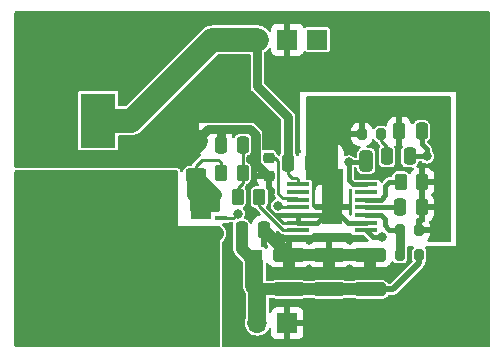
<source format=gtl>
G04 #@! TF.GenerationSoftware,KiCad,Pcbnew,(6.0.5)*
G04 #@! TF.CreationDate,2023-01-30T16:32:02-08:00*
G04 #@! TF.ProjectId,12V_Converter_TPS611781,3132565f-436f-46e7-9665-727465725f54,rev?*
G04 #@! TF.SameCoordinates,Original*
G04 #@! TF.FileFunction,Copper,L1,Top*
G04 #@! TF.FilePolarity,Positive*
%FSLAX46Y46*%
G04 Gerber Fmt 4.6, Leading zero omitted, Abs format (unit mm)*
G04 Created by KiCad (PCBNEW (6.0.5)) date 2023-01-30 16:32:02*
%MOMM*%
%LPD*%
G01*
G04 APERTURE LIST*
G04 Aperture macros list*
%AMRoundRect*
0 Rectangle with rounded corners*
0 $1 Rounding radius*
0 $2 $3 $4 $5 $6 $7 $8 $9 X,Y pos of 4 corners*
0 Add a 4 corners polygon primitive as box body*
4,1,4,$2,$3,$4,$5,$6,$7,$8,$9,$2,$3,0*
0 Add four circle primitives for the rounded corners*
1,1,$1+$1,$2,$3*
1,1,$1+$1,$4,$5*
1,1,$1+$1,$6,$7*
1,1,$1+$1,$8,$9*
0 Add four rect primitives between the rounded corners*
20,1,$1+$1,$2,$3,$4,$5,0*
20,1,$1+$1,$4,$5,$6,$7,0*
20,1,$1+$1,$6,$7,$8,$9,0*
20,1,$1+$1,$8,$9,$2,$3,0*%
G04 Aperture macros list end*
G04 #@! TA.AperFunction,SMDPad,CuDef*
%ADD10RoundRect,0.250000X0.262500X0.450000X-0.262500X0.450000X-0.262500X-0.450000X0.262500X-0.450000X0*%
G04 #@! TD*
G04 #@! TA.AperFunction,ComponentPad*
%ADD11R,1.700000X1.700000*%
G04 #@! TD*
G04 #@! TA.AperFunction,SMDPad,CuDef*
%ADD12R,1.400000X2.100000*%
G04 #@! TD*
G04 #@! TA.AperFunction,SMDPad,CuDef*
%ADD13RoundRect,0.250000X0.250000X0.475000X-0.250000X0.475000X-0.250000X-0.475000X0.250000X-0.475000X0*%
G04 #@! TD*
G04 #@! TA.AperFunction,ComponentPad*
%ADD14O,1.700000X1.700000*%
G04 #@! TD*
G04 #@! TA.AperFunction,SMDPad,CuDef*
%ADD15RoundRect,0.250000X-0.250000X-0.475000X0.250000X-0.475000X0.250000X0.475000X-0.250000X0.475000X0*%
G04 #@! TD*
G04 #@! TA.AperFunction,SMDPad,CuDef*
%ADD16RoundRect,0.250000X-0.325000X-0.650000X0.325000X-0.650000X0.325000X0.650000X-0.325000X0.650000X0*%
G04 #@! TD*
G04 #@! TA.AperFunction,SMDPad,CuDef*
%ADD17RoundRect,0.225000X-0.250000X0.225000X-0.250000X-0.225000X0.250000X-0.225000X0.250000X0.225000X0*%
G04 #@! TD*
G04 #@! TA.AperFunction,SMDPad,CuDef*
%ADD18RoundRect,0.250000X0.625000X-0.312500X0.625000X0.312500X-0.625000X0.312500X-0.625000X-0.312500X0*%
G04 #@! TD*
G04 #@! TA.AperFunction,SMDPad,CuDef*
%ADD19R,1.955432X0.420766*%
G04 #@! TD*
G04 #@! TA.AperFunction,SMDPad,CuDef*
%ADD20R,1.819999X2.859999*%
G04 #@! TD*
G04 #@! TA.AperFunction,SMDPad,CuDef*
%ADD21RoundRect,0.250000X1.100000X-0.325000X1.100000X0.325000X-1.100000X0.325000X-1.100000X-0.325000X0*%
G04 #@! TD*
G04 #@! TA.AperFunction,SMDPad,CuDef*
%ADD22R,2.997200X4.648200*%
G04 #@! TD*
G04 #@! TA.AperFunction,SMDPad,CuDef*
%ADD23RoundRect,0.050000X-0.837500X0.500000X-0.837500X-0.500000X0.837500X-0.500000X0.837500X0.500000X0*%
G04 #@! TD*
G04 #@! TA.AperFunction,SMDPad,CuDef*
%ADD24RoundRect,0.050000X-0.175000X0.337500X-0.175000X-0.337500X0.175000X-0.337500X0.175000X0.337500X0*%
G04 #@! TD*
G04 #@! TA.AperFunction,SMDPad,CuDef*
%ADD25RoundRect,0.031429X-1.218571X0.518571X-1.218571X-0.518571X1.218571X-0.518571X1.218571X0.518571X0*%
G04 #@! TD*
G04 #@! TA.AperFunction,SMDPad,CuDef*
%ADD26RoundRect,0.050000X-1.150000X0.175000X-1.150000X-0.175000X1.150000X-0.175000X1.150000X0.175000X0*%
G04 #@! TD*
G04 #@! TA.AperFunction,SMDPad,CuDef*
%ADD27RoundRect,0.050000X-0.175000X0.225000X-0.175000X-0.225000X0.175000X-0.225000X0.175000X0.225000X0*%
G04 #@! TD*
G04 #@! TA.AperFunction,SMDPad,CuDef*
%ADD28R,1.099998X0.449986*%
G04 #@! TD*
G04 #@! TA.AperFunction,SMDPad,CuDef*
%ADD29RoundRect,0.200000X-0.200000X-0.275000X0.200000X-0.275000X0.200000X0.275000X-0.200000X0.275000X0*%
G04 #@! TD*
G04 #@! TA.AperFunction,ViaPad*
%ADD30C,1.250000*%
G04 #@! TD*
G04 #@! TA.AperFunction,ViaPad*
%ADD31C,1.000000*%
G04 #@! TD*
G04 #@! TA.AperFunction,ViaPad*
%ADD32C,0.800000*%
G04 #@! TD*
G04 #@! TA.AperFunction,Conductor*
%ADD33C,0.250000*%
G04 #@! TD*
G04 #@! TA.AperFunction,Conductor*
%ADD34C,0.750000*%
G04 #@! TD*
G04 #@! TA.AperFunction,Conductor*
%ADD35C,2.000000*%
G04 #@! TD*
G04 #@! TA.AperFunction,Conductor*
%ADD36C,0.400000*%
G04 #@! TD*
G04 #@! TA.AperFunction,Conductor*
%ADD37C,1.000000*%
G04 #@! TD*
G04 #@! TA.AperFunction,Conductor*
%ADD38C,1.500000*%
G04 #@! TD*
G04 #@! TA.AperFunction,Conductor*
%ADD39C,0.500000*%
G04 #@! TD*
G04 #@! TA.AperFunction,Conductor*
%ADD40C,1.250000*%
G04 #@! TD*
G04 APERTURE END LIST*
D10*
X75588500Y-109220000D03*
X73763500Y-109220000D03*
D11*
X81915000Y-97917000D03*
D12*
X76581000Y-116713000D03*
X72181000Y-116713000D03*
D13*
X90799742Y-112125999D03*
X88899742Y-112125999D03*
D11*
X79380000Y-121920000D03*
D14*
X76840000Y-121920000D03*
D15*
X79441000Y-108331000D03*
X81341000Y-108331000D03*
D16*
X83106742Y-108188999D03*
X86056742Y-108188999D03*
D17*
X77786024Y-107923217D03*
X77786024Y-109473217D03*
D18*
X71628000Y-109412500D03*
X71628000Y-106487500D03*
D10*
X76985500Y-111252000D03*
X75160500Y-111252000D03*
D13*
X75626000Y-106807000D03*
X73726000Y-106807000D03*
D19*
X80294308Y-110175998D03*
X80294308Y-110825999D03*
X80294308Y-111475998D03*
X80294308Y-112125999D03*
X80294308Y-112776000D03*
X80294308Y-113425999D03*
X80294308Y-114076000D03*
X86045076Y-114076000D03*
X86045076Y-113425999D03*
X86045076Y-112776000D03*
X86045076Y-112125999D03*
X86045076Y-111475998D03*
X86045076Y-110825999D03*
X86045076Y-110175998D03*
D20*
X83169692Y-112125999D03*
D10*
X90804742Y-109966999D03*
X88979742Y-109966999D03*
D21*
X82930742Y-119061999D03*
X82930742Y-116111999D03*
D15*
X88838742Y-105648999D03*
X90738742Y-105648999D03*
D22*
X63373000Y-114427000D03*
X63373000Y-104775000D03*
D11*
X79380000Y-97917000D03*
D14*
X76840000Y-97917000D03*
D15*
X87822742Y-107807999D03*
X89722742Y-107807999D03*
D21*
X86359742Y-119061999D03*
X86359742Y-116111999D03*
D23*
X72027500Y-112599000D03*
D24*
X73364999Y-111086499D03*
D25*
X72390000Y-111949000D03*
D24*
X72715001Y-111086499D03*
X72064999Y-111086499D03*
X71415001Y-111086499D03*
D26*
X72390000Y-113924000D03*
D27*
X71415001Y-114323501D03*
X72064999Y-114323501D03*
X72715001Y-114323501D03*
X73364999Y-114323501D03*
D28*
X73740000Y-113044000D03*
D21*
X79501742Y-119061999D03*
X79501742Y-116111999D03*
D29*
X85662000Y-105918000D03*
X87312000Y-105918000D03*
D15*
X75504000Y-114046000D03*
X77404000Y-114046000D03*
D29*
X88899742Y-116189999D03*
X90549742Y-116189999D03*
X88899742Y-114030999D03*
X90549742Y-114030999D03*
D30*
X69204018Y-107483748D03*
D31*
X79501742Y-117586999D03*
X86359742Y-117586999D03*
D32*
X83180652Y-109949288D03*
X83180652Y-111100720D03*
X83169692Y-112125999D03*
X83197152Y-113145694D03*
D31*
X82930742Y-117586999D03*
D32*
X91185742Y-107807999D03*
X87428364Y-114652366D03*
X78598550Y-111990950D03*
X75184000Y-112649000D03*
X84581742Y-108315999D03*
D33*
X80294308Y-109758308D02*
X80137000Y-109601000D01*
X80137000Y-109601000D02*
X79756000Y-109601000D01*
X79441000Y-109286000D02*
X79441000Y-108331000D01*
D34*
X76840000Y-101859000D02*
X79441000Y-104460000D01*
D35*
X66167000Y-104775000D02*
X63373000Y-104775000D01*
D34*
X76840000Y-97917000D02*
X76840000Y-101859000D01*
D35*
X76840000Y-97917000D02*
X73025000Y-97917000D01*
D33*
X79756000Y-109601000D02*
X79441000Y-109286000D01*
X80294308Y-110175998D02*
X80294308Y-109758308D01*
D34*
X79441000Y-104460000D02*
X79441000Y-108331000D01*
D35*
X73025000Y-97917000D02*
X66167000Y-104775000D01*
D33*
X77851000Y-112268000D02*
X77851000Y-109538193D01*
D34*
X73786827Y-105497451D02*
X72618049Y-105497451D01*
X77730332Y-109473217D02*
X76700520Y-108443405D01*
D35*
X70631752Y-107483748D02*
X71628000Y-106487500D01*
D34*
X77786024Y-109473217D02*
X77730332Y-109473217D01*
D36*
X81869692Y-113425999D02*
X83169692Y-112125999D01*
D34*
X76700520Y-108443405D02*
X76700520Y-105990473D01*
D33*
X79008999Y-113425999D02*
X77851000Y-112268000D01*
D36*
X84469692Y-113425999D02*
X83169692Y-112125999D01*
D37*
X79501742Y-116111999D02*
X82930742Y-116111999D01*
D34*
X73726000Y-106807000D02*
X73726000Y-105558278D01*
D36*
X80294308Y-113425999D02*
X81869692Y-113425999D01*
D34*
X73726000Y-105558278D02*
X73786827Y-105497451D01*
D37*
X82930742Y-116111999D02*
X82930742Y-117586999D01*
D34*
X72618049Y-105497451D02*
X71628000Y-106487500D01*
D36*
X86045076Y-113425999D02*
X84469692Y-113425999D01*
D34*
X76207498Y-105497451D02*
X73786827Y-105497451D01*
D37*
X82930742Y-116111999D02*
X86359742Y-116111999D01*
X86359742Y-116111999D02*
X86359742Y-117586999D01*
D36*
X80294308Y-112776000D02*
X82519691Y-112776000D01*
D35*
X69204018Y-107483748D02*
X70631752Y-107483748D01*
D33*
X80294308Y-113425999D02*
X79008999Y-113425999D01*
D37*
X77435743Y-114046000D02*
X79501742Y-116111999D01*
D34*
X76700520Y-105990473D02*
X76207498Y-105497451D01*
D33*
X77851000Y-109538193D02*
X77786024Y-109473217D01*
D37*
X79501742Y-116111999D02*
X79501742Y-117586999D01*
D36*
X82519691Y-112776000D02*
X83169692Y-112125999D01*
D37*
X77404000Y-114046000D02*
X77435743Y-114046000D01*
D33*
X87822742Y-107807999D02*
X87822742Y-106999742D01*
X87822742Y-106999742D02*
X87312000Y-106489000D01*
X87312000Y-106489000D02*
X87312000Y-105918000D01*
D36*
X91185742Y-107807999D02*
X89722742Y-107807999D01*
X90738742Y-106725999D02*
X90738742Y-105648999D01*
X86621442Y-114652366D02*
X86045076Y-114076000D01*
X87428364Y-114652366D02*
X86621442Y-114652366D01*
X91185742Y-107172999D02*
X90738742Y-106725999D01*
X91185742Y-107807999D02*
X91185742Y-107172999D01*
D33*
X75588500Y-110085500D02*
X75160500Y-110513500D01*
X75588500Y-106844500D02*
X75626000Y-106807000D01*
X75160500Y-110513500D02*
X75160500Y-111252000D01*
X75588500Y-109220000D02*
X75588500Y-110085500D01*
X75588500Y-109220000D02*
X75588500Y-106844500D01*
D38*
X76581000Y-116713000D02*
X76581000Y-118745000D01*
D37*
X79501742Y-119061999D02*
X76897999Y-119061999D01*
D39*
X90549742Y-116825999D02*
X88313742Y-119061999D01*
X90549742Y-116189999D02*
X90549742Y-116825999D01*
D37*
X76897999Y-119061999D02*
X76840000Y-119004000D01*
X86359742Y-119061999D02*
X82930742Y-119061999D01*
X82930742Y-119061999D02*
X79501742Y-119061999D01*
X75504000Y-115636000D02*
X75504000Y-114046000D01*
D38*
X76840000Y-119004000D02*
X76840000Y-121920000D01*
X76581000Y-118745000D02*
X76840000Y-119004000D01*
D37*
X76581000Y-116713000D02*
X75504000Y-115636000D01*
D39*
X88313742Y-119061999D02*
X86359742Y-119061999D01*
D36*
X86045076Y-112125999D02*
X88899742Y-112125999D01*
D33*
X78332217Y-107923217D02*
X77737783Y-107923217D01*
X78992081Y-111360893D02*
X78613000Y-110981812D01*
X78613000Y-108204000D02*
X78332217Y-107923217D01*
X78613000Y-110981812D02*
X78613000Y-108204000D01*
X80179203Y-111360893D02*
X78992081Y-111360893D01*
X80294308Y-111475998D02*
X80179203Y-111360893D01*
D40*
X73364999Y-114323501D02*
X72715001Y-114323501D01*
X72715001Y-114323501D02*
X72064999Y-114323501D01*
X72064999Y-114323501D02*
X71415001Y-114323501D01*
D36*
X87629742Y-113649999D02*
X88010742Y-114030999D01*
X87629742Y-113141999D02*
X87629742Y-113649999D01*
X86045076Y-112776000D02*
X87263743Y-112776000D01*
D34*
X88899742Y-116189999D02*
X88899742Y-114030999D01*
D36*
X87263743Y-112776000D02*
X87629742Y-113141999D01*
X88010742Y-114030999D02*
X88899742Y-114030999D01*
D33*
X76985500Y-112038218D02*
X76985500Y-111252000D01*
X80294308Y-114076000D02*
X79023282Y-114076000D01*
X79023282Y-114076000D02*
X76985500Y-112038218D01*
D36*
X88010742Y-109966999D02*
X88979742Y-109966999D01*
X87263743Y-111475998D02*
X87629742Y-111109999D01*
X87629742Y-110347999D02*
X88010742Y-109966999D01*
X86045076Y-111475998D02*
X87263743Y-111475998D01*
X87629742Y-111109999D02*
X87629742Y-110347999D01*
D37*
X73301999Y-111086499D02*
X71628000Y-109412500D01*
D33*
X73763500Y-108307500D02*
X73763500Y-109220000D01*
D37*
X73364999Y-111086499D02*
X73301999Y-111086499D01*
D33*
X72136000Y-108077000D02*
X73533000Y-108077000D01*
X72064999Y-109849499D02*
X71628000Y-109412500D01*
D37*
X72064999Y-111086499D02*
X72064999Y-109849499D01*
X72715001Y-111086499D02*
X72715001Y-110499501D01*
X73364999Y-111086499D02*
X72715001Y-111086499D01*
X72064999Y-111086499D02*
X71415001Y-111086499D01*
D33*
X71628000Y-109412500D02*
X71628000Y-108585000D01*
X73533000Y-108077000D02*
X73763500Y-108307500D01*
X71628000Y-108585000D02*
X72136000Y-108077000D01*
D37*
X72715001Y-110499501D02*
X71628000Y-109412500D01*
D33*
X71415001Y-109625499D02*
X71628000Y-109412500D01*
D37*
X72715001Y-111086499D02*
X72064999Y-111086499D01*
X71415001Y-111086499D02*
X71415001Y-109625499D01*
D33*
X74803000Y-113030000D02*
X73754000Y-113030000D01*
X75184000Y-112649000D02*
X74803000Y-113030000D01*
X78733599Y-112125999D02*
X78598550Y-111990950D01*
X73754000Y-113030000D02*
X73740000Y-113044000D01*
X80294308Y-112125999D02*
X78733599Y-112125999D01*
D36*
X84581742Y-108315999D02*
X84581742Y-109839999D01*
X85929742Y-108315999D02*
X86056742Y-108188999D01*
X84917741Y-110175998D02*
X86045076Y-110175998D01*
X84581742Y-108315999D02*
X85929742Y-108315999D01*
X84581742Y-109839999D02*
X84917741Y-110175998D01*
G04 #@! TA.AperFunction,Conductor*
G36*
X83667600Y-109778800D02*
G01*
X81353326Y-109778800D01*
X81350255Y-109776748D01*
X81338086Y-109774327D01*
X81338085Y-109774327D01*
X81297840Y-109766322D01*
X81291772Y-109765115D01*
X80924400Y-109765115D01*
X80924400Y-106730800D01*
X83667600Y-106730800D01*
X83667600Y-109778800D01*
G37*
G04 #@! TD.AperFunction*
G04 #@! TA.AperFunction,Conductor*
G36*
X70046121Y-108986002D02*
G01*
X70092614Y-109039658D01*
X70104000Y-109092000D01*
X70104000Y-113665000D01*
X73534000Y-113665000D01*
X73602121Y-113685002D01*
X73648614Y-113738658D01*
X73660000Y-113791000D01*
X73660000Y-123825000D01*
X73639998Y-123893121D01*
X73586342Y-123939614D01*
X73534000Y-123951000D01*
X56388000Y-123951000D01*
X56319879Y-123930998D01*
X56273386Y-123877342D01*
X56262000Y-123825000D01*
X56262000Y-109092000D01*
X56282002Y-109023879D01*
X56335658Y-108977386D01*
X56388000Y-108966000D01*
X69978000Y-108966000D01*
X70046121Y-108986002D01*
G37*
G04 #@! TD.AperFunction*
G04 #@! TA.AperFunction,Conductor*
G36*
X96461121Y-95525002D02*
G01*
X96507614Y-95578658D01*
X96519000Y-95631000D01*
X96519000Y-123825000D01*
X96498998Y-123893121D01*
X96445342Y-123939614D01*
X96393000Y-123951000D01*
X73991500Y-123951000D01*
X73923379Y-123930998D01*
X73876886Y-123877342D01*
X73865500Y-123825000D01*
X73865500Y-115040633D01*
X73885502Y-114972512D01*
X73904927Y-114949085D01*
X73972623Y-114885068D01*
X73997356Y-114861679D01*
X74004640Y-114850962D01*
X74094335Y-114718978D01*
X74098170Y-114713335D01*
X74100702Y-114707005D01*
X74100704Y-114707001D01*
X74162244Y-114553140D01*
X74162245Y-114553135D01*
X74164778Y-114546803D01*
X74165892Y-114540076D01*
X74165893Y-114540071D01*
X74192957Y-114376591D01*
X74192957Y-114376587D01*
X74194072Y-114369853D01*
X74193540Y-114359690D01*
X74185042Y-114197554D01*
X74184685Y-114190741D01*
X74182874Y-114184165D01*
X74138869Y-114024403D01*
X74138868Y-114024400D01*
X74137056Y-114017822D01*
X74053405Y-113859165D01*
X74049000Y-113853952D01*
X74048997Y-113853948D01*
X73942043Y-113727386D01*
X73937637Y-113722172D01*
X73902866Y-113695588D01*
X73860900Y-113638324D01*
X73856555Y-113567461D01*
X73891211Y-113505497D01*
X73953866Y-113472107D01*
X73979397Y-113469493D01*
X74309747Y-113469493D01*
X74315815Y-113468286D01*
X74356060Y-113460281D01*
X74356061Y-113460281D01*
X74368230Y-113457860D01*
X74434551Y-113413545D01*
X74441442Y-113403232D01*
X74450221Y-113394453D01*
X74452996Y-113397228D01*
X74490379Y-113365978D01*
X74540684Y-113355500D01*
X74680310Y-113355500D01*
X74748431Y-113375502D01*
X74794924Y-113429158D01*
X74805751Y-113493358D01*
X74803500Y-113517166D01*
X74803500Y-115607359D01*
X74803208Y-115615929D01*
X74799322Y-115672930D01*
X74800627Y-115680406D01*
X74800627Y-115680409D01*
X74810178Y-115735132D01*
X74811141Y-115741658D01*
X74815885Y-115780857D01*
X74818724Y-115804320D01*
X74821409Y-115811427D01*
X74822218Y-115814720D01*
X74826177Y-115829191D01*
X74827166Y-115832467D01*
X74828473Y-115839954D01*
X74831528Y-115846913D01*
X74831528Y-115846914D01*
X74853847Y-115897760D01*
X74856339Y-115903866D01*
X74866841Y-115931657D01*
X74878655Y-115962923D01*
X74882954Y-115969178D01*
X74884535Y-115972203D01*
X74891825Y-115985299D01*
X74893566Y-115988243D01*
X74896621Y-115995202D01*
X74901246Y-116001230D01*
X74901247Y-116001231D01*
X74935042Y-116045273D01*
X74938919Y-116050609D01*
X74970381Y-116096386D01*
X74970386Y-116096392D01*
X74974688Y-116102651D01*
X74980362Y-116107706D01*
X75020648Y-116143600D01*
X75025925Y-116148581D01*
X75593596Y-116716253D01*
X75627621Y-116778565D01*
X75630500Y-116805348D01*
X75630500Y-118729568D01*
X75630451Y-118733086D01*
X75628164Y-118814972D01*
X75638075Y-118871179D01*
X75639343Y-118880322D01*
X75645112Y-118937110D01*
X75651704Y-118958145D01*
X75653166Y-118962811D01*
X75657016Y-118978607D01*
X75660585Y-118998847D01*
X75660587Y-118998856D01*
X75661695Y-119005137D01*
X75664044Y-119011070D01*
X75682706Y-119058206D01*
X75685788Y-119066909D01*
X75702856Y-119121373D01*
X75705950Y-119126956D01*
X75705951Y-119126957D01*
X75715918Y-119144938D01*
X75722862Y-119159629D01*
X75732779Y-119184675D01*
X75764028Y-119232428D01*
X75768798Y-119240336D01*
X75796472Y-119290261D01*
X75800626Y-119295107D01*
X75800627Y-119295109D01*
X75814001Y-119310712D01*
X75823766Y-119323718D01*
X75838513Y-119346254D01*
X75842758Y-119350968D01*
X75852595Y-119360805D01*
X75886621Y-119423117D01*
X75889500Y-119449900D01*
X75889500Y-121435932D01*
X75874858Y-121492960D01*
X75875173Y-121493095D01*
X75874300Y-121495131D01*
X75873915Y-121496632D01*
X75872745Y-121498760D01*
X75872742Y-121498766D01*
X75869776Y-121504162D01*
X75807484Y-121700532D01*
X75806798Y-121706649D01*
X75806797Y-121706653D01*
X75785207Y-121899137D01*
X75784520Y-121905262D01*
X75801759Y-122110553D01*
X75803458Y-122116478D01*
X75825147Y-122192115D01*
X75858544Y-122308586D01*
X75861359Y-122314063D01*
X75861360Y-122314066D01*
X75927650Y-122443052D01*
X75952712Y-122491818D01*
X76080677Y-122653270D01*
X76237564Y-122786791D01*
X76417398Y-122887297D01*
X76512238Y-122918113D01*
X76607471Y-122949056D01*
X76607475Y-122949057D01*
X76613329Y-122950959D01*
X76817894Y-122975351D01*
X76824029Y-122974879D01*
X76824031Y-122974879D01*
X76880039Y-122970569D01*
X77023300Y-122959546D01*
X77029230Y-122957890D01*
X77029232Y-122957890D01*
X77215797Y-122905800D01*
X77215796Y-122905800D01*
X77221725Y-122904145D01*
X77227214Y-122901372D01*
X77227220Y-122901370D01*
X77400116Y-122814033D01*
X77405610Y-122811258D01*
X77567951Y-122684424D01*
X77702564Y-122528472D01*
X77723387Y-122491818D01*
X77786445Y-122380815D01*
X77837484Y-122331464D01*
X77907102Y-122317542D01*
X77973196Y-122343468D01*
X78014781Y-122401011D01*
X78022001Y-122443052D01*
X78022001Y-122814669D01*
X78022371Y-122821490D01*
X78027895Y-122872352D01*
X78031521Y-122887604D01*
X78076676Y-123008054D01*
X78085214Y-123023649D01*
X78161715Y-123125724D01*
X78174276Y-123138285D01*
X78276351Y-123214786D01*
X78291946Y-123223324D01*
X78412394Y-123268478D01*
X78427649Y-123272105D01*
X78478514Y-123277631D01*
X78485328Y-123278000D01*
X79107885Y-123278000D01*
X79123124Y-123273525D01*
X79124329Y-123272135D01*
X79126000Y-123264452D01*
X79126000Y-123259884D01*
X79634000Y-123259884D01*
X79638475Y-123275123D01*
X79639865Y-123276328D01*
X79647548Y-123277999D01*
X80274669Y-123277999D01*
X80281490Y-123277629D01*
X80332352Y-123272105D01*
X80347604Y-123268479D01*
X80468054Y-123223324D01*
X80483649Y-123214786D01*
X80585724Y-123138285D01*
X80598285Y-123125724D01*
X80674786Y-123023649D01*
X80683324Y-123008054D01*
X80728478Y-122887606D01*
X80732105Y-122872351D01*
X80737631Y-122821486D01*
X80738000Y-122814672D01*
X80738000Y-122192115D01*
X80733525Y-122176876D01*
X80732135Y-122175671D01*
X80724452Y-122174000D01*
X79652115Y-122174000D01*
X79636876Y-122178475D01*
X79635671Y-122179865D01*
X79634000Y-122187548D01*
X79634000Y-123259884D01*
X79126000Y-123259884D01*
X79126000Y-121647885D01*
X79634000Y-121647885D01*
X79638475Y-121663124D01*
X79639865Y-121664329D01*
X79647548Y-121666000D01*
X80719884Y-121666000D01*
X80735123Y-121661525D01*
X80736328Y-121660135D01*
X80737999Y-121652452D01*
X80737999Y-121025331D01*
X80737629Y-121018510D01*
X80732105Y-120967648D01*
X80728479Y-120952396D01*
X80683324Y-120831946D01*
X80674786Y-120816351D01*
X80598285Y-120714276D01*
X80585724Y-120701715D01*
X80483649Y-120625214D01*
X80468054Y-120616676D01*
X80347606Y-120571522D01*
X80332351Y-120567895D01*
X80281486Y-120562369D01*
X80274672Y-120562000D01*
X79652115Y-120562000D01*
X79636876Y-120566475D01*
X79635671Y-120567865D01*
X79634000Y-120575548D01*
X79634000Y-121647885D01*
X79126000Y-121647885D01*
X79126000Y-120580116D01*
X79121525Y-120564877D01*
X79120135Y-120563672D01*
X79112452Y-120562001D01*
X78485331Y-120562001D01*
X78478510Y-120562371D01*
X78427648Y-120567895D01*
X78412396Y-120571521D01*
X78291946Y-120616676D01*
X78276351Y-120625214D01*
X78174276Y-120701715D01*
X78161715Y-120714276D01*
X78085214Y-120816351D01*
X78076676Y-120831946D01*
X78034482Y-120944498D01*
X77991840Y-121001262D01*
X77925279Y-121025962D01*
X77855930Y-121010755D01*
X77805812Y-120960469D01*
X77790500Y-120900268D01*
X77790500Y-119888499D01*
X77810502Y-119820378D01*
X77864158Y-119773885D01*
X77916500Y-119762499D01*
X78110334Y-119762499D01*
X78172122Y-119780641D01*
X78172657Y-119779630D01*
X78177612Y-119782253D01*
X78178455Y-119782501D01*
X78179697Y-119783357D01*
X78180983Y-119784038D01*
X78188558Y-119789633D01*
X78316373Y-119834518D01*
X78324019Y-119835241D01*
X78324020Y-119835241D01*
X78329990Y-119835805D01*
X78347908Y-119837499D01*
X80655576Y-119837499D01*
X80673494Y-119835805D01*
X80679464Y-119835241D01*
X80679465Y-119835241D01*
X80687111Y-119834518D01*
X80814926Y-119789633D01*
X80822500Y-119784039D01*
X80830827Y-119779630D01*
X80832129Y-119782089D01*
X80884962Y-119762765D01*
X80893150Y-119762499D01*
X81539334Y-119762499D01*
X81601122Y-119780641D01*
X81601657Y-119779630D01*
X81606612Y-119782253D01*
X81607455Y-119782501D01*
X81608697Y-119783357D01*
X81609983Y-119784038D01*
X81617558Y-119789633D01*
X81745373Y-119834518D01*
X81753019Y-119835241D01*
X81753020Y-119835241D01*
X81758990Y-119835805D01*
X81776908Y-119837499D01*
X84084576Y-119837499D01*
X84102494Y-119835805D01*
X84108464Y-119835241D01*
X84108465Y-119835241D01*
X84116111Y-119834518D01*
X84243926Y-119789633D01*
X84251500Y-119784039D01*
X84259827Y-119779630D01*
X84261129Y-119782089D01*
X84313962Y-119762765D01*
X84322150Y-119762499D01*
X84968334Y-119762499D01*
X85030122Y-119780641D01*
X85030657Y-119779630D01*
X85035612Y-119782253D01*
X85036455Y-119782501D01*
X85037697Y-119783357D01*
X85038983Y-119784038D01*
X85046558Y-119789633D01*
X85174373Y-119834518D01*
X85182019Y-119835241D01*
X85182020Y-119835241D01*
X85187990Y-119835805D01*
X85205908Y-119837499D01*
X87513576Y-119837499D01*
X87531494Y-119835805D01*
X87537464Y-119835241D01*
X87537465Y-119835241D01*
X87545111Y-119834518D01*
X87672926Y-119789633D01*
X87680496Y-119784041D01*
X87680499Y-119784040D01*
X87774321Y-119714741D01*
X87781892Y-119709149D01*
X87794407Y-119692205D01*
X87856783Y-119607756D01*
X87856784Y-119607753D01*
X87862376Y-119600183D01*
X87865495Y-119591301D01*
X87869905Y-119582972D01*
X87872501Y-119584346D01*
X87905019Y-119539110D01*
X87971047Y-119513017D01*
X87982464Y-119512499D01*
X88279522Y-119512499D01*
X88294331Y-119513372D01*
X88328052Y-119517363D01*
X88337316Y-119515671D01*
X88337317Y-119515671D01*
X88385743Y-119506827D01*
X88389646Y-119506177D01*
X88438387Y-119498849D01*
X88438388Y-119498849D01*
X88447704Y-119497448D01*
X88454217Y-119494320D01*
X88461315Y-119493024D01*
X88513389Y-119465974D01*
X88516879Y-119464231D01*
X88569821Y-119438808D01*
X88575107Y-119433922D01*
X88575155Y-119433889D01*
X88581530Y-119430578D01*
X88586570Y-119426274D01*
X88623797Y-119389047D01*
X88627363Y-119385617D01*
X88669298Y-119346853D01*
X88672991Y-119340497D01*
X88678509Y-119334336D01*
X90844097Y-117168748D01*
X90855186Y-117158893D01*
X90856438Y-117157906D01*
X90881852Y-117137871D01*
X90891275Y-117124238D01*
X90915194Y-117089629D01*
X90917495Y-117086409D01*
X90946783Y-117046756D01*
X90946783Y-117046755D01*
X90952377Y-117039182D01*
X90954771Y-117032365D01*
X90958873Y-117026430D01*
X90976554Y-116970524D01*
X90977802Y-116966784D01*
X90994142Y-116920254D01*
X90994143Y-116920251D01*
X90997262Y-116911368D01*
X90997545Y-116904183D01*
X90997559Y-116904110D01*
X90999722Y-116897269D01*
X91000242Y-116890662D01*
X91000242Y-116838010D01*
X91000340Y-116833053D01*
X91000542Y-116827922D01*
X91023208Y-116760641D01*
X91037349Y-116743784D01*
X91077792Y-116703341D01*
X91135388Y-116590303D01*
X91150242Y-116496518D01*
X91150241Y-115883481D01*
X91149373Y-115878001D01*
X91136940Y-115799493D01*
X91136939Y-115799489D01*
X91135388Y-115789695D01*
X91077792Y-115676657D01*
X91033830Y-115632695D01*
X90999804Y-115570383D01*
X91004869Y-115499568D01*
X91047416Y-115442732D01*
X91113936Y-115417921D01*
X91122925Y-115417600D01*
X93624400Y-115417600D01*
X93624400Y-102311200D01*
X80467200Y-102311200D01*
X80467200Y-107238800D01*
X80472519Y-107238800D01*
X80474863Y-107246782D01*
X80501506Y-107288239D01*
X80501506Y-107359236D01*
X80487870Y-107389853D01*
X80403186Y-107527238D01*
X80397037Y-107540424D01*
X80348389Y-107687092D01*
X80307958Y-107745451D01*
X80242394Y-107772688D01*
X80172512Y-107760154D01*
X80120500Y-107711830D01*
X80109913Y-107689172D01*
X80101252Y-107664510D01*
X80093634Y-107642816D01*
X80088042Y-107635246D01*
X80088041Y-107635243D01*
X80041149Y-107571758D01*
X80016766Y-107505080D01*
X80016500Y-107496898D01*
X80016500Y-104505972D01*
X80017578Y-104489526D01*
X80020387Y-104468189D01*
X80020387Y-104468188D01*
X80021465Y-104460000D01*
X80016500Y-104422285D01*
X80016500Y-104422280D01*
X80001687Y-104309764D01*
X79943698Y-104169767D01*
X79884115Y-104092117D01*
X79874612Y-104079732D01*
X79874609Y-104079729D01*
X79874606Y-104079724D01*
X79856479Y-104056101D01*
X79856477Y-104056099D01*
X79851451Y-104049549D01*
X79827821Y-104031417D01*
X79815430Y-104020550D01*
X77452405Y-101657525D01*
X77418379Y-101595213D01*
X77415500Y-101568430D01*
X77415500Y-99048289D01*
X77435502Y-98980168D01*
X77470582Y-98945830D01*
X77469947Y-98944980D01*
X77642109Y-98816420D01*
X77642110Y-98816420D01*
X77646733Y-98812967D01*
X77796501Y-98650949D01*
X77797207Y-98649831D01*
X77853376Y-98608817D01*
X77924247Y-98604595D01*
X77986150Y-98639359D01*
X78019431Y-98702072D01*
X78022001Y-98727388D01*
X78022001Y-98811669D01*
X78022371Y-98818490D01*
X78027895Y-98869352D01*
X78031521Y-98884604D01*
X78076676Y-99005054D01*
X78085214Y-99020649D01*
X78161715Y-99122724D01*
X78174276Y-99135285D01*
X78276351Y-99211786D01*
X78291946Y-99220324D01*
X78412394Y-99265478D01*
X78427649Y-99269105D01*
X78478514Y-99274631D01*
X78485328Y-99275000D01*
X79107885Y-99275000D01*
X79123124Y-99270525D01*
X79124329Y-99269135D01*
X79126000Y-99261452D01*
X79126000Y-99256884D01*
X79634000Y-99256884D01*
X79638475Y-99272123D01*
X79639865Y-99273328D01*
X79647548Y-99274999D01*
X80274669Y-99274999D01*
X80281490Y-99274629D01*
X80332352Y-99269105D01*
X80347604Y-99265479D01*
X80468054Y-99220324D01*
X80483649Y-99211786D01*
X80585724Y-99135285D01*
X80598285Y-99122724D01*
X80674786Y-99020649D01*
X80683323Y-99005056D01*
X80705712Y-98945335D01*
X80748354Y-98888571D01*
X80814916Y-98863872D01*
X80884265Y-98879080D01*
X80912789Y-98900471D01*
X80913557Y-98901239D01*
X80920448Y-98911552D01*
X80986769Y-98955867D01*
X80998938Y-98958288D01*
X80998939Y-98958288D01*
X81039184Y-98966293D01*
X81045252Y-98967500D01*
X82784748Y-98967500D01*
X82790816Y-98966293D01*
X82831061Y-98958288D01*
X82831062Y-98958288D01*
X82843231Y-98955867D01*
X82909552Y-98911552D01*
X82953867Y-98845231D01*
X82965500Y-98786748D01*
X82965500Y-97047252D01*
X82953867Y-96988769D01*
X82909552Y-96922448D01*
X82843231Y-96878133D01*
X82831062Y-96875712D01*
X82831061Y-96875712D01*
X82790816Y-96867707D01*
X82784748Y-96866500D01*
X81045252Y-96866500D01*
X81039184Y-96867707D01*
X80998939Y-96875712D01*
X80998938Y-96875712D01*
X80986769Y-96878133D01*
X80920448Y-96922448D01*
X80913557Y-96932761D01*
X80912789Y-96933529D01*
X80850477Y-96967555D01*
X80779662Y-96962490D01*
X80722826Y-96919943D01*
X80705712Y-96888665D01*
X80683323Y-96828944D01*
X80674786Y-96813351D01*
X80598285Y-96711276D01*
X80585724Y-96698715D01*
X80483649Y-96622214D01*
X80468054Y-96613676D01*
X80347606Y-96568522D01*
X80332351Y-96564895D01*
X80281486Y-96559369D01*
X80274672Y-96559000D01*
X79652115Y-96559000D01*
X79636876Y-96563475D01*
X79635671Y-96564865D01*
X79634000Y-96572548D01*
X79634000Y-99256884D01*
X79126000Y-99256884D01*
X79126000Y-96577116D01*
X79121525Y-96561877D01*
X79120135Y-96560672D01*
X79112452Y-96559001D01*
X78485331Y-96559001D01*
X78478510Y-96559371D01*
X78427648Y-96564895D01*
X78412396Y-96568521D01*
X78291946Y-96613676D01*
X78276351Y-96622214D01*
X78174276Y-96698715D01*
X78161715Y-96711276D01*
X78085214Y-96813351D01*
X78076676Y-96828946D01*
X78031522Y-96949394D01*
X78027895Y-96964649D01*
X78022369Y-97015514D01*
X78022000Y-97022328D01*
X78022000Y-97109165D01*
X78001998Y-97177286D01*
X77948342Y-97223779D01*
X77878068Y-97233883D01*
X77813488Y-97204389D01*
X77801268Y-97192243D01*
X77669910Y-97042457D01*
X77496640Y-96905863D01*
X77301380Y-96803131D01*
X77090667Y-96737703D01*
X77074944Y-96735842D01*
X76915211Y-96716936D01*
X76915205Y-96716936D01*
X76911524Y-96716500D01*
X73069740Y-96716500D01*
X73061499Y-96716230D01*
X73049165Y-96715422D01*
X72993440Y-96711769D01*
X72978111Y-96713583D01*
X72901060Y-96722703D01*
X72897780Y-96723047D01*
X72811043Y-96731017D01*
X72811040Y-96731018D01*
X72805289Y-96731546D01*
X72799728Y-96733115D01*
X72799725Y-96733115D01*
X72799597Y-96733151D01*
X72780218Y-96737006D01*
X72780074Y-96737023D01*
X72780068Y-96737024D01*
X72774333Y-96737703D01*
X72688516Y-96764350D01*
X72685549Y-96765271D01*
X72682386Y-96766208D01*
X72598488Y-96789869D01*
X72598486Y-96789870D01*
X72592936Y-96791435D01*
X72587765Y-96793985D01*
X72587752Y-96793990D01*
X72587621Y-96794055D01*
X72569278Y-96801373D01*
X72569142Y-96801415D01*
X72569136Y-96801418D01*
X72563621Y-96803130D01*
X72514553Y-96828946D01*
X72481351Y-96846414D01*
X72478420Y-96847907D01*
X72395053Y-96889020D01*
X72390310Y-96892562D01*
X72373600Y-96903105D01*
X72368360Y-96905862D01*
X72295359Y-96963412D01*
X72292758Y-96965408D01*
X72218267Y-97021033D01*
X72159570Y-97084531D01*
X72156140Y-97088097D01*
X65706642Y-103537595D01*
X65644330Y-103571621D01*
X65617547Y-103574500D01*
X65198100Y-103574500D01*
X65129979Y-103554498D01*
X65083486Y-103500842D01*
X65072100Y-103448500D01*
X65072100Y-102431152D01*
X65060467Y-102372669D01*
X65016152Y-102306348D01*
X64984258Y-102285037D01*
X64960147Y-102268926D01*
X64949831Y-102262033D01*
X64937662Y-102259612D01*
X64937661Y-102259612D01*
X64897416Y-102251607D01*
X64891348Y-102250400D01*
X61854652Y-102250400D01*
X61848584Y-102251607D01*
X61808339Y-102259612D01*
X61808338Y-102259612D01*
X61796169Y-102262033D01*
X61785853Y-102268926D01*
X61761742Y-102285037D01*
X61729848Y-102306348D01*
X61685533Y-102372669D01*
X61673900Y-102431152D01*
X61673900Y-107118848D01*
X61675107Y-107124916D01*
X61678401Y-107141474D01*
X61685533Y-107177331D01*
X61729848Y-107243652D01*
X61796169Y-107287967D01*
X61808338Y-107290388D01*
X61808339Y-107290388D01*
X61848584Y-107298393D01*
X61854652Y-107299600D01*
X64891348Y-107299600D01*
X64897416Y-107298393D01*
X64937661Y-107290388D01*
X64937662Y-107290388D01*
X64949831Y-107287967D01*
X65016152Y-107243652D01*
X65060467Y-107177331D01*
X65067600Y-107141474D01*
X65070893Y-107124916D01*
X65072100Y-107118848D01*
X65072100Y-106847095D01*
X70245001Y-106847095D01*
X70245338Y-106853614D01*
X70255257Y-106949206D01*
X70258149Y-106962600D01*
X70309588Y-107116784D01*
X70315761Y-107129962D01*
X70401063Y-107267807D01*
X70410099Y-107279208D01*
X70524829Y-107393739D01*
X70536240Y-107402751D01*
X70674243Y-107487816D01*
X70687424Y-107493963D01*
X70841710Y-107545138D01*
X70855086Y-107548005D01*
X70949438Y-107557672D01*
X70955854Y-107558000D01*
X71355885Y-107558000D01*
X71371124Y-107553525D01*
X71372329Y-107552135D01*
X71374000Y-107544452D01*
X71374000Y-106759615D01*
X71369525Y-106744376D01*
X71368135Y-106743171D01*
X71360452Y-106741500D01*
X70263116Y-106741500D01*
X70247877Y-106745975D01*
X70246672Y-106747365D01*
X70245001Y-106755048D01*
X70245001Y-106847095D01*
X65072100Y-106847095D01*
X65072100Y-106215385D01*
X70245000Y-106215385D01*
X70249475Y-106230624D01*
X70250865Y-106231829D01*
X70258548Y-106233500D01*
X71355885Y-106233500D01*
X71371124Y-106229025D01*
X71372329Y-106227635D01*
X71374000Y-106219952D01*
X71374000Y-105435116D01*
X71369525Y-105419877D01*
X71368135Y-105418672D01*
X71360452Y-105417001D01*
X70955905Y-105417001D01*
X70949386Y-105417338D01*
X70853794Y-105427257D01*
X70840400Y-105430149D01*
X70686216Y-105481588D01*
X70673038Y-105487761D01*
X70535193Y-105573063D01*
X70523792Y-105582099D01*
X70409261Y-105696829D01*
X70400249Y-105708240D01*
X70315184Y-105846243D01*
X70309037Y-105859424D01*
X70257862Y-106013710D01*
X70254995Y-106027086D01*
X70245328Y-106121438D01*
X70245000Y-106127855D01*
X70245000Y-106215385D01*
X65072100Y-106215385D01*
X65072100Y-106101500D01*
X65092102Y-106033379D01*
X65145758Y-105986886D01*
X65198100Y-105975500D01*
X66122271Y-105975500D01*
X66130513Y-105975770D01*
X66198560Y-105980230D01*
X66290927Y-105969298D01*
X66294149Y-105968960D01*
X66386711Y-105960454D01*
X66392278Y-105958884D01*
X66392282Y-105958883D01*
X66392406Y-105958848D01*
X66411789Y-105954992D01*
X66411929Y-105954975D01*
X66417667Y-105954296D01*
X66506459Y-105926726D01*
X66509535Y-105925814D01*
X66599064Y-105900565D01*
X66604241Y-105898012D01*
X66604251Y-105898008D01*
X66604376Y-105897946D01*
X66622737Y-105890621D01*
X66622860Y-105890583D01*
X66622864Y-105890581D01*
X66628379Y-105888869D01*
X66710634Y-105845593D01*
X66713565Y-105844099D01*
X66796947Y-105802980D01*
X66801693Y-105799436D01*
X66818405Y-105788892D01*
X66823641Y-105786137D01*
X66896663Y-105728572D01*
X66899265Y-105726575D01*
X66969109Y-105674420D01*
X66973733Y-105670967D01*
X67032418Y-105607482D01*
X67035847Y-105603917D01*
X73485359Y-99154405D01*
X73547671Y-99120379D01*
X73574454Y-99117500D01*
X76138500Y-99117500D01*
X76206621Y-99137502D01*
X76253114Y-99191158D01*
X76264500Y-99243500D01*
X76264500Y-101813028D01*
X76263422Y-101829474D01*
X76259535Y-101859000D01*
X76264500Y-101896714D01*
X76264500Y-101896720D01*
X76279313Y-102009235D01*
X76337302Y-102149233D01*
X76406388Y-102239268D01*
X76406391Y-102239271D01*
X76429549Y-102269451D01*
X76436099Y-102274477D01*
X76453179Y-102287583D01*
X76465570Y-102298450D01*
X78828595Y-104661475D01*
X78862621Y-104723787D01*
X78865500Y-104750570D01*
X78865500Y-107496898D01*
X78845498Y-107565019D01*
X78840851Y-107571758D01*
X78793959Y-107635243D01*
X78793958Y-107635246D01*
X78788366Y-107642816D01*
X78785247Y-107651699D01*
X78785246Y-107651700D01*
X78782998Y-107658101D01*
X78741553Y-107715745D01*
X78675523Y-107741833D01*
X78605871Y-107728080D01*
X78567595Y-107697341D01*
X78544672Y-107670023D01*
X78535123Y-107664510D01*
X78512032Y-107651178D01*
X78502768Y-107645277D01*
X78495103Y-107639910D01*
X78450773Y-107584457D01*
X78447535Y-107575628D01*
X78447295Y-107574888D01*
X78445743Y-107565091D01*
X78435577Y-107545138D01*
X78389052Y-107453829D01*
X78384552Y-107444997D01*
X78289244Y-107349689D01*
X78169150Y-107288498D01*
X78159361Y-107286948D01*
X78159359Y-107286947D01*
X78122276Y-107281074D01*
X78069512Y-107272717D01*
X77502536Y-107272717D01*
X77402898Y-107288498D01*
X77402775Y-107287721D01*
X77340068Y-107289514D01*
X77279269Y-107252853D01*
X77247942Y-107189142D01*
X77246096Y-107167653D01*
X77246096Y-105624946D01*
X76566134Y-104944984D01*
X71884784Y-104944984D01*
X71884784Y-105404202D01*
X71882000Y-105430101D01*
X71882000Y-107539884D01*
X71886475Y-107555123D01*
X71887865Y-107556328D01*
X71895548Y-107557999D01*
X71910099Y-107557999D01*
X71978220Y-107578001D01*
X72024713Y-107631657D01*
X72034817Y-107701931D01*
X72005323Y-107766511D01*
X71982371Y-107787211D01*
X71965448Y-107799061D01*
X71956185Y-107804961D01*
X71923545Y-107823806D01*
X71916462Y-107832247D01*
X71916461Y-107832248D01*
X71899325Y-107852670D01*
X71891900Y-107860773D01*
X71411778Y-108340896D01*
X71403674Y-108348322D01*
X71374806Y-108372545D01*
X71369293Y-108382094D01*
X71355961Y-108405185D01*
X71350055Y-108414456D01*
X71328446Y-108445316D01*
X71325592Y-108455966D01*
X71324115Y-108459134D01*
X71322923Y-108462410D01*
X71317412Y-108471955D01*
X71312523Y-108499686D01*
X71310870Y-108509058D01*
X71308490Y-108519791D01*
X71298757Y-108556113D01*
X71261805Y-108616735D01*
X71197944Y-108647756D01*
X71177051Y-108649500D01*
X70949166Y-108649500D01*
X70931248Y-108651194D01*
X70925278Y-108651758D01*
X70925277Y-108651758D01*
X70917631Y-108652481D01*
X70789816Y-108697366D01*
X70782246Y-108702958D01*
X70782243Y-108702959D01*
X70716422Y-108751576D01*
X70680850Y-108777850D01*
X70675258Y-108785421D01*
X70605959Y-108879243D01*
X70605958Y-108879246D01*
X70600366Y-108886816D01*
X70555481Y-109014631D01*
X70554758Y-109022278D01*
X70554758Y-109022279D01*
X70553582Y-109034722D01*
X70527259Y-109100659D01*
X70469467Y-109141897D01*
X70398555Y-109145344D01*
X70337035Y-109109906D01*
X70306235Y-109048008D01*
X70304804Y-109048319D01*
X70293574Y-108996695D01*
X70293418Y-108995977D01*
X70290930Y-108985797D01*
X70247921Y-108905084D01*
X70237306Y-108892833D01*
X70202694Y-108852889D01*
X70202693Y-108852888D01*
X70201428Y-108851428D01*
X70183835Y-108833473D01*
X70104017Y-108788826D01*
X70064133Y-108777115D01*
X70040219Y-108770093D01*
X70040215Y-108770092D01*
X70035896Y-108768824D01*
X70031448Y-108768184D01*
X70031441Y-108768183D01*
X69982448Y-108761139D01*
X69982441Y-108761138D01*
X69978000Y-108760500D01*
X56388000Y-108760500D01*
X56319879Y-108740498D01*
X56273386Y-108686842D01*
X56262000Y-108634500D01*
X56262000Y-95631000D01*
X56282002Y-95562879D01*
X56335658Y-95516386D01*
X56388000Y-95505000D01*
X96393000Y-95505000D01*
X96461121Y-95525002D01*
G37*
G04 #@! TD.AperFunction*
G04 #@! TA.AperFunction,Conductor*
G36*
X78620511Y-114134008D02*
G01*
X78627094Y-114140138D01*
X78779171Y-114292215D01*
X78786598Y-114300319D01*
X78810827Y-114329194D01*
X78820376Y-114334707D01*
X78843467Y-114348039D01*
X78852738Y-114353945D01*
X78883598Y-114375554D01*
X78894248Y-114378408D01*
X78897416Y-114379885D01*
X78900692Y-114381077D01*
X78910237Y-114386588D01*
X78943981Y-114392538D01*
X78947340Y-114393130D01*
X78958067Y-114395508D01*
X78994475Y-114405264D01*
X79005460Y-114404303D01*
X79005462Y-114404303D01*
X79032010Y-114401980D01*
X79042992Y-114401500D01*
X79093837Y-114401500D01*
X79161958Y-114421502D01*
X79170147Y-114428101D01*
X79172040Y-114430935D01*
X79181536Y-114437280D01*
X79181537Y-114437281D01*
X79228045Y-114468357D01*
X79238361Y-114475250D01*
X79250530Y-114477671D01*
X79250531Y-114477671D01*
X79290776Y-114485676D01*
X79296844Y-114486883D01*
X81291772Y-114486883D01*
X81297840Y-114485676D01*
X81338085Y-114477671D01*
X81338086Y-114477671D01*
X81350255Y-114475250D01*
X81416576Y-114430935D01*
X81423467Y-114420622D01*
X81423469Y-114420620D01*
X81452169Y-114377668D01*
X81506646Y-114332140D01*
X81556934Y-114321670D01*
X84782450Y-114321670D01*
X84850571Y-114341672D01*
X84887215Y-114377668D01*
X84915915Y-114420620D01*
X84915917Y-114420622D01*
X84922808Y-114430935D01*
X84989129Y-114475250D01*
X85001298Y-114477671D01*
X85001299Y-114477671D01*
X85041544Y-114485676D01*
X85047612Y-114486883D01*
X85837376Y-114486883D01*
X85905497Y-114506885D01*
X85926471Y-114523788D01*
X86216587Y-114813904D01*
X86250613Y-114876216D01*
X86245548Y-114947031D01*
X86203001Y-115003867D01*
X86136481Y-115028678D01*
X86127492Y-115028999D01*
X85212647Y-115029000D01*
X85206128Y-115029337D01*
X85110536Y-115039256D01*
X85097142Y-115042148D01*
X84942958Y-115093587D01*
X84929780Y-115099760D01*
X84791935Y-115185062D01*
X84780529Y-115194102D01*
X84734397Y-115240315D01*
X84672115Y-115274395D01*
X84601295Y-115269392D01*
X84556206Y-115240471D01*
X84508913Y-115193260D01*
X84497502Y-115184248D01*
X84359499Y-115099183D01*
X84346318Y-115093036D01*
X84192032Y-115041861D01*
X84178656Y-115038994D01*
X84084304Y-115029327D01*
X84077887Y-115028999D01*
X83202857Y-115028999D01*
X83187618Y-115033474D01*
X83186413Y-115034864D01*
X83184742Y-115042547D01*
X83184742Y-115839884D01*
X83189217Y-115855123D01*
X83190607Y-115856328D01*
X83198290Y-115857999D01*
X86487742Y-115857999D01*
X86555863Y-115878001D01*
X86602356Y-115931657D01*
X86613742Y-115983999D01*
X86613742Y-117176883D01*
X86618217Y-117192122D01*
X86619607Y-117193327D01*
X86627290Y-117194998D01*
X87506837Y-117194998D01*
X87513356Y-117194661D01*
X87608948Y-117184742D01*
X87622342Y-117181850D01*
X87776526Y-117130411D01*
X87789704Y-117124238D01*
X87927549Y-117038936D01*
X87938950Y-117029900D01*
X88053481Y-116915170D01*
X88062493Y-116903759D01*
X88147558Y-116765756D01*
X88153706Y-116752572D01*
X88156577Y-116743918D01*
X88197009Y-116685559D01*
X88262574Y-116658324D01*
X88332455Y-116670859D01*
X88371284Y-116703749D01*
X88371692Y-116703341D01*
X88461400Y-116793049D01*
X88574438Y-116850645D01*
X88584227Y-116852195D01*
X88584229Y-116852196D01*
X88611591Y-116856529D01*
X88668223Y-116865499D01*
X88899695Y-116865499D01*
X89131260Y-116865498D01*
X89136154Y-116864723D01*
X89215248Y-116852197D01*
X89215250Y-116852196D01*
X89225046Y-116850645D01*
X89249844Y-116838010D01*
X89269642Y-116827922D01*
X89338084Y-116793049D01*
X89427792Y-116703341D01*
X89485388Y-116590303D01*
X89500242Y-116496518D01*
X89500241Y-115883481D01*
X89485388Y-115789695D01*
X89481275Y-115781622D01*
X89475242Y-115743533D01*
X89475242Y-115543600D01*
X89495244Y-115475479D01*
X89548900Y-115428986D01*
X89601242Y-115417600D01*
X89976559Y-115417600D01*
X90044680Y-115437602D01*
X90091173Y-115491258D01*
X90101277Y-115561532D01*
X90071783Y-115626112D01*
X90065654Y-115632695D01*
X90021692Y-115676657D01*
X89964096Y-115789695D01*
X89962546Y-115799484D01*
X89962545Y-115799486D01*
X89960132Y-115814720D01*
X89949242Y-115883480D01*
X89949243Y-116496517D01*
X89964096Y-116590303D01*
X89968600Y-116599142D01*
X89968600Y-116599143D01*
X89984723Y-116630786D01*
X89997828Y-116700563D01*
X89971128Y-116766348D01*
X89961552Y-116777085D01*
X88164044Y-118574594D01*
X88101732Y-118608619D01*
X88074949Y-118611499D01*
X87982464Y-118611499D01*
X87914343Y-118591497D01*
X87870388Y-118540770D01*
X87869905Y-118541026D01*
X87868798Y-118538935D01*
X87867850Y-118537841D01*
X87866677Y-118534929D01*
X87865495Y-118532696D01*
X87862376Y-118523815D01*
X87856784Y-118516245D01*
X87856783Y-118516242D01*
X87787484Y-118422420D01*
X87781892Y-118414849D01*
X87764948Y-118402334D01*
X87680499Y-118339958D01*
X87680496Y-118339957D01*
X87672926Y-118334365D01*
X87545111Y-118289480D01*
X87537465Y-118288757D01*
X87537464Y-118288757D01*
X87531494Y-118288193D01*
X87513576Y-118286499D01*
X85205908Y-118286499D01*
X85187990Y-118288193D01*
X85182020Y-118288757D01*
X85182019Y-118288757D01*
X85174373Y-118289480D01*
X85046558Y-118334365D01*
X85038986Y-118339958D01*
X85030657Y-118344368D01*
X85029355Y-118341909D01*
X84976522Y-118361233D01*
X84968334Y-118361499D01*
X84322150Y-118361499D01*
X84260362Y-118343357D01*
X84259827Y-118344368D01*
X84254872Y-118341745D01*
X84254029Y-118341497D01*
X84252787Y-118340641D01*
X84251501Y-118339960D01*
X84243926Y-118334365D01*
X84116111Y-118289480D01*
X84108465Y-118288757D01*
X84108464Y-118288757D01*
X84102494Y-118288193D01*
X84084576Y-118286499D01*
X81776908Y-118286499D01*
X81758990Y-118288193D01*
X81753020Y-118288757D01*
X81753019Y-118288757D01*
X81745373Y-118289480D01*
X81617558Y-118334365D01*
X81609986Y-118339958D01*
X81601657Y-118344368D01*
X81600355Y-118341909D01*
X81547522Y-118361233D01*
X81539334Y-118361499D01*
X80893150Y-118361499D01*
X80831362Y-118343357D01*
X80830827Y-118344368D01*
X80825872Y-118341745D01*
X80825029Y-118341497D01*
X80823787Y-118340641D01*
X80822501Y-118339960D01*
X80814926Y-118334365D01*
X80687111Y-118289480D01*
X80679465Y-118288757D01*
X80679464Y-118288757D01*
X80673494Y-118288193D01*
X80655576Y-118286499D01*
X78347908Y-118286499D01*
X78329990Y-118288193D01*
X78324020Y-118288757D01*
X78324019Y-118288757D01*
X78316373Y-118289480D01*
X78188558Y-118334365D01*
X78180986Y-118339958D01*
X78172657Y-118344368D01*
X78171355Y-118341909D01*
X78118522Y-118361233D01*
X78110334Y-118361499D01*
X77657500Y-118361499D01*
X77589379Y-118341497D01*
X77542886Y-118287841D01*
X77531500Y-118235499D01*
X77531500Y-116914290D01*
X77551502Y-116846169D01*
X77605158Y-116799676D01*
X77675432Y-116789572D01*
X77740012Y-116819066D01*
X77764644Y-116847987D01*
X77799805Y-116904806D01*
X77808841Y-116916207D01*
X77923571Y-117030738D01*
X77934982Y-117039750D01*
X78072985Y-117124815D01*
X78086166Y-117130962D01*
X78240452Y-117182137D01*
X78253828Y-117185004D01*
X78348180Y-117194671D01*
X78354596Y-117194999D01*
X79229627Y-117194999D01*
X79244866Y-117190524D01*
X79246071Y-117189134D01*
X79247742Y-117181451D01*
X79247742Y-117176883D01*
X79755742Y-117176883D01*
X79760217Y-117192122D01*
X79761607Y-117193327D01*
X79769290Y-117194998D01*
X80648837Y-117194998D01*
X80655356Y-117194661D01*
X80750948Y-117184742D01*
X80764342Y-117181850D01*
X80918526Y-117130411D01*
X80931704Y-117124238D01*
X81069549Y-117038936D01*
X81080955Y-117029896D01*
X81127087Y-116983683D01*
X81189369Y-116949603D01*
X81260189Y-116954606D01*
X81305278Y-116983527D01*
X81352571Y-117030738D01*
X81363982Y-117039750D01*
X81501985Y-117124815D01*
X81515166Y-117130962D01*
X81669452Y-117182137D01*
X81682828Y-117185004D01*
X81777180Y-117194671D01*
X81783596Y-117194999D01*
X82658627Y-117194999D01*
X82673866Y-117190524D01*
X82675071Y-117189134D01*
X82676742Y-117181451D01*
X82676742Y-117176883D01*
X83184742Y-117176883D01*
X83189217Y-117192122D01*
X83190607Y-117193327D01*
X83198290Y-117194998D01*
X84077837Y-117194998D01*
X84084356Y-117194661D01*
X84179948Y-117184742D01*
X84193342Y-117181850D01*
X84347526Y-117130411D01*
X84360704Y-117124238D01*
X84498549Y-117038936D01*
X84509955Y-117029896D01*
X84556087Y-116983683D01*
X84618369Y-116949603D01*
X84689189Y-116954606D01*
X84734278Y-116983527D01*
X84781571Y-117030738D01*
X84792982Y-117039750D01*
X84930985Y-117124815D01*
X84944166Y-117130962D01*
X85098452Y-117182137D01*
X85111828Y-117185004D01*
X85206180Y-117194671D01*
X85212596Y-117194999D01*
X86087627Y-117194999D01*
X86102866Y-117190524D01*
X86104071Y-117189134D01*
X86105742Y-117181451D01*
X86105742Y-116384114D01*
X86101267Y-116368875D01*
X86099877Y-116367670D01*
X86092194Y-116365999D01*
X83202857Y-116365999D01*
X83187618Y-116370474D01*
X83186413Y-116371864D01*
X83184742Y-116379547D01*
X83184742Y-117176883D01*
X82676742Y-117176883D01*
X82676742Y-116384114D01*
X82672267Y-116368875D01*
X82670877Y-116367670D01*
X82663194Y-116365999D01*
X79773857Y-116365999D01*
X79758618Y-116370474D01*
X79757413Y-116371864D01*
X79755742Y-116379547D01*
X79755742Y-117176883D01*
X79247742Y-117176883D01*
X79247742Y-115839884D01*
X79755742Y-115839884D01*
X79760217Y-115855123D01*
X79761607Y-115856328D01*
X79769290Y-115857999D01*
X82658627Y-115857999D01*
X82673866Y-115853524D01*
X82675071Y-115852134D01*
X82676742Y-115844451D01*
X82676742Y-115047115D01*
X82672267Y-115031876D01*
X82670877Y-115030671D01*
X82663194Y-115029000D01*
X81783647Y-115029000D01*
X81777128Y-115029337D01*
X81681536Y-115039256D01*
X81668142Y-115042148D01*
X81513958Y-115093587D01*
X81500780Y-115099760D01*
X81362935Y-115185062D01*
X81351529Y-115194102D01*
X81305397Y-115240315D01*
X81243115Y-115274395D01*
X81172295Y-115269392D01*
X81127206Y-115240471D01*
X81079913Y-115193260D01*
X81068502Y-115184248D01*
X80930499Y-115099183D01*
X80917318Y-115093036D01*
X80763032Y-115041861D01*
X80749656Y-115038994D01*
X80655304Y-115029327D01*
X80648887Y-115028999D01*
X79773857Y-115028999D01*
X79758618Y-115033474D01*
X79757413Y-115034864D01*
X79755742Y-115042547D01*
X79755742Y-115839884D01*
X79247742Y-115839884D01*
X79247742Y-115047115D01*
X79243267Y-115031876D01*
X79241877Y-115030671D01*
X79234194Y-115029000D01*
X78456015Y-115029000D01*
X78387894Y-115008998D01*
X78341401Y-114955342D01*
X78331297Y-114885068D01*
X78341820Y-114849751D01*
X78347961Y-114836580D01*
X78399138Y-114682290D01*
X78402005Y-114668914D01*
X78411672Y-114574562D01*
X78412000Y-114568146D01*
X78411999Y-114229233D01*
X78432001Y-114161113D01*
X78485656Y-114114620D01*
X78555930Y-114104515D01*
X78620511Y-114134008D01*
G37*
G04 #@! TD.AperFunction*
G04 #@! TA.AperFunction,Conductor*
G36*
X77600121Y-113812002D02*
G01*
X77646614Y-113865658D01*
X77658000Y-113918000D01*
X77658000Y-115260884D01*
X77662475Y-115276123D01*
X77688170Y-115298388D01*
X77686780Y-115299992D01*
X77694404Y-115304107D01*
X77728728Y-115366254D01*
X77724004Y-115437094D01*
X77716965Y-115451583D01*
X77717019Y-115451608D01*
X77707778Y-115471425D01*
X77684883Y-115540452D01*
X77644453Y-115598812D01*
X77578888Y-115626049D01*
X77509007Y-115613516D01*
X77460525Y-115570788D01*
X77432443Y-115528761D01*
X77425552Y-115518448D01*
X77359231Y-115474133D01*
X77347062Y-115471712D01*
X77347061Y-115471712D01*
X77306816Y-115463707D01*
X77300748Y-115462500D01*
X77260145Y-115462500D01*
X77192024Y-115442498D01*
X77145531Y-115388842D01*
X77135427Y-115318568D01*
X77141795Y-115304625D01*
X77141493Y-115304559D01*
X77150000Y-115265452D01*
X77150000Y-113918000D01*
X77170002Y-113849879D01*
X77223658Y-113803386D01*
X77276000Y-113792000D01*
X77532000Y-113792000D01*
X77600121Y-113812002D01*
G37*
G04 #@! TD.AperFunction*
G04 #@! TA.AperFunction,Conductor*
G36*
X93210921Y-102737602D02*
G01*
X93257414Y-102791258D01*
X93268800Y-102843600D01*
X93268800Y-114885200D01*
X93248798Y-114953321D01*
X93195142Y-114999814D01*
X93142800Y-115011200D01*
X91350043Y-115011200D01*
X91281922Y-114991198D01*
X91235429Y-114937542D01*
X91225325Y-114867268D01*
X91254819Y-114802688D01*
X91260948Y-114796105D01*
X91305611Y-114751442D01*
X91314918Y-114739573D01*
X91395821Y-114605987D01*
X91402027Y-114592242D01*
X91448998Y-114442355D01*
X91451611Y-114429305D01*
X91457476Y-114365478D01*
X91457742Y-114359690D01*
X91457742Y-114303114D01*
X91453267Y-114287875D01*
X91451877Y-114286670D01*
X91444194Y-114284999D01*
X90421742Y-114284999D01*
X90353621Y-114264997D01*
X90307128Y-114211341D01*
X90295742Y-114158999D01*
X90295742Y-113758884D01*
X90803742Y-113758884D01*
X90808217Y-113774123D01*
X90809607Y-113775328D01*
X90817290Y-113776999D01*
X91439626Y-113776999D01*
X91454865Y-113772524D01*
X91456070Y-113771134D01*
X91457741Y-113763451D01*
X91457741Y-113702294D01*
X91457478Y-113696545D01*
X91451610Y-113632684D01*
X91448999Y-113619648D01*
X91402027Y-113469756D01*
X91395820Y-113456009D01*
X91382166Y-113433463D01*
X91363988Y-113364833D01*
X91385799Y-113297270D01*
X91423640Y-113261049D01*
X91517549Y-113202936D01*
X91528950Y-113193900D01*
X91643481Y-113079170D01*
X91652493Y-113067759D01*
X91737558Y-112929756D01*
X91743705Y-112916575D01*
X91794880Y-112762289D01*
X91797747Y-112748913D01*
X91807414Y-112654561D01*
X91807742Y-112648145D01*
X91807742Y-112398114D01*
X91803267Y-112382875D01*
X91801877Y-112381670D01*
X91794194Y-112379999D01*
X91071857Y-112379999D01*
X91056618Y-112384474D01*
X91055413Y-112385864D01*
X91053742Y-112393547D01*
X91053742Y-113272999D01*
X91033740Y-113341120D01*
X90980084Y-113387613D01*
X90927742Y-113398999D01*
X90821857Y-113398999D01*
X90806618Y-113403474D01*
X90805413Y-113404864D01*
X90803742Y-113412547D01*
X90803742Y-113758884D01*
X90295742Y-113758884D01*
X90295742Y-113133999D01*
X90315744Y-113065878D01*
X90369400Y-113019385D01*
X90421742Y-113007999D01*
X90527627Y-113007999D01*
X90542866Y-113003524D01*
X90544071Y-113002134D01*
X90545742Y-112994451D01*
X90545742Y-111853884D01*
X91053742Y-111853884D01*
X91058217Y-111869123D01*
X91059607Y-111870328D01*
X91067290Y-111871999D01*
X91789626Y-111871999D01*
X91804865Y-111867524D01*
X91806070Y-111866134D01*
X91807741Y-111858451D01*
X91807741Y-111603904D01*
X91807404Y-111597385D01*
X91797485Y-111501793D01*
X91794593Y-111488399D01*
X91743154Y-111334215D01*
X91736981Y-111321037D01*
X91651679Y-111183192D01*
X91642639Y-111171786D01*
X91602691Y-111131907D01*
X91568612Y-111069625D01*
X91573615Y-110998805D01*
X91602536Y-110953717D01*
X91660981Y-110895170D01*
X91669993Y-110883759D01*
X91755058Y-110745756D01*
X91761205Y-110732575D01*
X91812380Y-110578289D01*
X91815247Y-110564913D01*
X91824914Y-110470561D01*
X91825242Y-110464145D01*
X91825242Y-110239114D01*
X91820767Y-110223875D01*
X91819377Y-110222670D01*
X91811694Y-110220999D01*
X91076857Y-110220999D01*
X91061618Y-110225474D01*
X91060413Y-110226864D01*
X91058742Y-110234547D01*
X91058742Y-111192014D01*
X91055863Y-111218797D01*
X91053742Y-111228547D01*
X91053742Y-111853884D01*
X90545742Y-111853884D01*
X90545742Y-110875984D01*
X90548621Y-110849201D01*
X90550742Y-110839451D01*
X90550742Y-109694884D01*
X91058742Y-109694884D01*
X91063217Y-109710123D01*
X91064607Y-109711328D01*
X91072290Y-109712999D01*
X91807126Y-109712999D01*
X91822365Y-109708524D01*
X91823570Y-109707134D01*
X91825241Y-109699451D01*
X91825241Y-109469904D01*
X91824904Y-109463385D01*
X91814985Y-109367793D01*
X91812093Y-109354399D01*
X91760654Y-109200215D01*
X91754481Y-109187037D01*
X91669179Y-109049192D01*
X91660143Y-109037791D01*
X91545413Y-108923260D01*
X91534002Y-108914248D01*
X91395999Y-108829183D01*
X91382818Y-108823036D01*
X91228532Y-108771861D01*
X91215156Y-108768994D01*
X91120804Y-108759327D01*
X91114387Y-108758999D01*
X91076857Y-108758999D01*
X91061618Y-108763474D01*
X91060413Y-108764864D01*
X91058742Y-108772547D01*
X91058742Y-109694884D01*
X90550742Y-109694884D01*
X90550742Y-108777115D01*
X90546267Y-108761876D01*
X90544877Y-108760671D01*
X90537194Y-108759000D01*
X90495147Y-108759000D01*
X90488631Y-108759337D01*
X90439454Y-108764440D01*
X90369633Y-108751576D01*
X90317851Y-108703005D01*
X90300548Y-108634149D01*
X90325098Y-108564254D01*
X90369783Y-108503755D01*
X90375376Y-108496183D01*
X90420261Y-108368368D01*
X90423242Y-108336833D01*
X90423242Y-108333867D01*
X90423382Y-108330900D01*
X90424286Y-108330943D01*
X90443244Y-108266378D01*
X90496900Y-108219885D01*
X90549242Y-108208499D01*
X90679011Y-108208499D01*
X90747132Y-108228501D01*
X90757202Y-108236617D01*
X90757460Y-108236281D01*
X90882901Y-108332535D01*
X91028980Y-108393043D01*
X91185742Y-108413681D01*
X91193930Y-108412603D01*
X91229555Y-108407913D01*
X91342504Y-108393043D01*
X91488583Y-108332535D01*
X91577824Y-108264058D01*
X91607478Y-108241304D01*
X91614024Y-108236281D01*
X91710278Y-108110840D01*
X91770786Y-107964761D01*
X91791424Y-107807999D01*
X91776856Y-107697340D01*
X91771864Y-107659425D01*
X91770786Y-107651237D01*
X91710278Y-107505158D01*
X91614024Y-107379717D01*
X91616356Y-107377927D01*
X91589121Y-107328051D01*
X91586242Y-107301268D01*
X91586242Y-107141480D01*
X91586241Y-107141474D01*
X91586241Y-107109566D01*
X91583178Y-107100139D01*
X91583177Y-107100132D01*
X91579445Y-107088646D01*
X91574831Y-107069426D01*
X91572941Y-107057492D01*
X91572939Y-107057484D01*
X91571388Y-107047695D01*
X91566888Y-107038864D01*
X91566887Y-107038860D01*
X91561400Y-107028092D01*
X91553836Y-107009831D01*
X91547038Y-106988909D01*
X91534110Y-106971115D01*
X91523780Y-106954258D01*
X91518294Y-106943492D01*
X91518293Y-106943491D01*
X91513792Y-106934657D01*
X91337311Y-106758176D01*
X91250111Y-106670975D01*
X91216085Y-106608663D01*
X91221150Y-106537848D01*
X91264346Y-106480529D01*
X91303321Y-106451741D01*
X91310892Y-106446149D01*
X91353844Y-106387997D01*
X91385783Y-106344756D01*
X91385784Y-106344753D01*
X91391376Y-106337183D01*
X91436261Y-106209368D01*
X91439242Y-106177833D01*
X91439242Y-105120165D01*
X91436261Y-105088630D01*
X91391376Y-104960815D01*
X91385784Y-104953245D01*
X91385783Y-104953242D01*
X91316484Y-104859420D01*
X91310892Y-104851849D01*
X91293948Y-104839334D01*
X91209499Y-104776958D01*
X91209496Y-104776957D01*
X91201926Y-104771365D01*
X91074111Y-104726480D01*
X91066465Y-104725757D01*
X91066464Y-104725757D01*
X91060494Y-104725193D01*
X91042576Y-104723499D01*
X90434908Y-104723499D01*
X90416990Y-104725193D01*
X90411020Y-104725757D01*
X90411019Y-104725757D01*
X90403373Y-104726480D01*
X90275558Y-104771365D01*
X90267988Y-104776957D01*
X90267985Y-104776958D01*
X90183536Y-104839334D01*
X90166592Y-104851849D01*
X90161000Y-104859420D01*
X90091701Y-104953242D01*
X90091700Y-104953245D01*
X90086108Y-104960815D01*
X90082989Y-104969698D01*
X90069899Y-105006972D01*
X90028456Y-105064618D01*
X89962426Y-105090706D01*
X89892774Y-105076955D01*
X89841613Y-105027730D01*
X89831492Y-105005100D01*
X89782154Y-104857215D01*
X89775981Y-104844037D01*
X89690679Y-104706192D01*
X89681643Y-104694791D01*
X89566913Y-104580260D01*
X89555502Y-104571248D01*
X89417499Y-104486183D01*
X89404318Y-104480036D01*
X89250032Y-104428861D01*
X89236656Y-104425994D01*
X89142304Y-104416327D01*
X89135887Y-104415999D01*
X89110857Y-104415999D01*
X89095618Y-104420474D01*
X89094413Y-104421864D01*
X89092742Y-104429547D01*
X89092742Y-106863883D01*
X89097217Y-106879122D01*
X89101000Y-106882400D01*
X89139384Y-106942126D01*
X89139384Y-107013123D01*
X89119839Y-107052485D01*
X89075701Y-107112242D01*
X89075700Y-107112245D01*
X89070108Y-107119815D01*
X89025223Y-107247630D01*
X89022242Y-107279165D01*
X89022242Y-108336833D01*
X89025223Y-108368368D01*
X89070108Y-108496183D01*
X89075700Y-108503753D01*
X89075701Y-108503756D01*
X89127300Y-108573614D01*
X89150592Y-108605149D01*
X89158163Y-108610741D01*
X89251985Y-108680040D01*
X89251988Y-108680041D01*
X89259558Y-108685633D01*
X89387373Y-108730518D01*
X89395019Y-108731241D01*
X89395020Y-108731241D01*
X89400990Y-108731805D01*
X89418908Y-108733499D01*
X89949484Y-108733499D01*
X90017605Y-108753501D01*
X90064098Y-108807157D01*
X90074202Y-108877431D01*
X90044708Y-108942011D01*
X90038657Y-108948517D01*
X89948503Y-109038828D01*
X89939491Y-109050239D01*
X89854426Y-109188242D01*
X89848279Y-109201423D01*
X89838333Y-109231409D01*
X89797902Y-109289769D01*
X89732338Y-109317005D01*
X89662456Y-109304471D01*
X89617389Y-109266600D01*
X89569987Y-109202423D01*
X89569984Y-109202420D01*
X89564392Y-109194849D01*
X89497368Y-109145344D01*
X89462999Y-109119958D01*
X89462996Y-109119957D01*
X89455426Y-109114365D01*
X89327611Y-109069480D01*
X89319965Y-109068757D01*
X89319964Y-109068757D01*
X89313994Y-109068193D01*
X89296076Y-109066499D01*
X88663408Y-109066499D01*
X88645490Y-109068193D01*
X88639520Y-109068757D01*
X88639519Y-109068757D01*
X88631873Y-109069480D01*
X88504058Y-109114365D01*
X88496488Y-109119957D01*
X88496485Y-109119958D01*
X88462116Y-109145344D01*
X88395092Y-109194849D01*
X88389500Y-109202420D01*
X88320201Y-109296242D01*
X88320200Y-109296245D01*
X88314608Y-109303815D01*
X88269723Y-109431630D01*
X88269000Y-109439276D01*
X88269000Y-109439277D01*
X88267764Y-109452355D01*
X88241441Y-109518291D01*
X88183648Y-109559529D01*
X88142323Y-109566499D01*
X87979223Y-109566499D01*
X87979219Y-109566500D01*
X87947309Y-109566500D01*
X87937882Y-109569563D01*
X87937875Y-109569564D01*
X87926389Y-109573296D01*
X87907169Y-109577910D01*
X87895235Y-109579800D01*
X87895227Y-109579802D01*
X87885438Y-109581353D01*
X87876607Y-109585853D01*
X87876603Y-109585854D01*
X87865835Y-109591341D01*
X87847574Y-109598905D01*
X87826652Y-109605703D01*
X87811660Y-109616596D01*
X87808858Y-109618631D01*
X87792001Y-109628961D01*
X87781235Y-109634447D01*
X87781234Y-109634448D01*
X87772400Y-109638949D01*
X87749833Y-109661516D01*
X87430159Y-109981189D01*
X87367847Y-110015215D01*
X87297032Y-110010150D01*
X87240196Y-109967603D01*
X87217485Y-109916674D01*
X87214080Y-109899554D01*
X87214080Y-109899553D01*
X87211659Y-109887384D01*
X87167344Y-109821063D01*
X87101023Y-109776748D01*
X87088854Y-109774327D01*
X87088853Y-109774327D01*
X87048608Y-109766322D01*
X87042540Y-109765115D01*
X85125441Y-109765115D01*
X85057320Y-109745113D01*
X85036343Y-109728208D01*
X85019144Y-109711008D01*
X84985121Y-109648695D01*
X84982242Y-109621915D01*
X84982242Y-108842499D01*
X85002244Y-108774378D01*
X85055900Y-108727885D01*
X85108242Y-108716499D01*
X85155242Y-108716499D01*
X85223363Y-108736501D01*
X85269856Y-108790157D01*
X85281242Y-108842499D01*
X85281242Y-108892833D01*
X85284223Y-108924368D01*
X85329108Y-109052183D01*
X85334700Y-109059753D01*
X85334701Y-109059756D01*
X85377439Y-109117618D01*
X85409592Y-109161149D01*
X85417163Y-109166741D01*
X85510985Y-109236040D01*
X85510988Y-109236041D01*
X85518558Y-109241633D01*
X85646373Y-109286518D01*
X85654019Y-109287241D01*
X85654020Y-109287241D01*
X85659990Y-109287805D01*
X85677908Y-109289499D01*
X86435576Y-109289499D01*
X86453494Y-109287805D01*
X86459464Y-109287241D01*
X86459465Y-109287241D01*
X86467111Y-109286518D01*
X86594926Y-109241633D01*
X86602496Y-109236041D01*
X86602499Y-109236040D01*
X86696321Y-109166741D01*
X86703892Y-109161149D01*
X86736045Y-109117618D01*
X86778783Y-109059756D01*
X86778784Y-109059753D01*
X86784376Y-109052183D01*
X86829261Y-108924368D01*
X86832242Y-108892833D01*
X86832242Y-107485165D01*
X86829261Y-107453630D01*
X86784376Y-107325815D01*
X86778784Y-107318245D01*
X86778783Y-107318242D01*
X86709484Y-107224420D01*
X86703892Y-107216849D01*
X86664356Y-107187647D01*
X86602499Y-107141958D01*
X86602496Y-107141957D01*
X86594926Y-107136365D01*
X86467111Y-107091480D01*
X86459465Y-107090757D01*
X86459464Y-107090757D01*
X86453494Y-107090193D01*
X86435576Y-107088499D01*
X86194828Y-107088499D01*
X86126707Y-107068497D01*
X86080214Y-107014841D01*
X86070110Y-106944567D01*
X86099604Y-106879987D01*
X86142979Y-106847661D01*
X86161990Y-106839077D01*
X86295574Y-106758176D01*
X86307443Y-106748869D01*
X86417869Y-106638443D01*
X86427176Y-106626574D01*
X86508079Y-106492988D01*
X86514285Y-106479243D01*
X86533944Y-106416510D01*
X86573401Y-106357488D01*
X86638505Y-106329168D01*
X86708585Y-106340541D01*
X86761391Y-106387997D01*
X86766445Y-106396987D01*
X86779448Y-106422508D01*
X86779451Y-106422512D01*
X86783950Y-106431342D01*
X86873658Y-106521050D01*
X86927818Y-106548646D01*
X86953981Y-106561977D01*
X87005596Y-106610726D01*
X87009770Y-106618696D01*
X87012446Y-106628684D01*
X87018769Y-106637714D01*
X87018770Y-106637716D01*
X87034055Y-106659544D01*
X87039961Y-106668815D01*
X87053293Y-106691906D01*
X87058806Y-106701455D01*
X87067251Y-106708541D01*
X87087681Y-106725684D01*
X87095785Y-106733111D01*
X87226114Y-106863440D01*
X87260140Y-106925752D01*
X87255075Y-106996567D01*
X87238371Y-107027394D01*
X87208012Y-107068497D01*
X87170108Y-107119815D01*
X87125223Y-107247630D01*
X87122242Y-107279165D01*
X87122242Y-108336833D01*
X87125223Y-108368368D01*
X87170108Y-108496183D01*
X87175700Y-108503753D01*
X87175701Y-108503756D01*
X87227300Y-108573614D01*
X87250592Y-108605149D01*
X87258163Y-108610741D01*
X87351985Y-108680040D01*
X87351988Y-108680041D01*
X87359558Y-108685633D01*
X87487373Y-108730518D01*
X87495019Y-108731241D01*
X87495020Y-108731241D01*
X87500990Y-108731805D01*
X87518908Y-108733499D01*
X88126576Y-108733499D01*
X88144494Y-108731805D01*
X88150464Y-108731241D01*
X88150465Y-108731241D01*
X88158111Y-108730518D01*
X88285926Y-108685633D01*
X88293496Y-108680041D01*
X88293499Y-108680040D01*
X88387321Y-108610741D01*
X88394892Y-108605149D01*
X88418184Y-108573614D01*
X88469783Y-108503756D01*
X88469784Y-108503753D01*
X88475376Y-108496183D01*
X88520261Y-108368368D01*
X88523242Y-108336833D01*
X88523242Y-107279165D01*
X88520261Y-107247630D01*
X88475376Y-107119815D01*
X88469270Y-107111548D01*
X88448080Y-107082858D01*
X88423697Y-107016180D01*
X88439234Y-106946904D01*
X88489758Y-106897026D01*
X88549431Y-106881999D01*
X88566627Y-106881999D01*
X88581866Y-106877524D01*
X88583071Y-106876134D01*
X88584742Y-106868451D01*
X88584742Y-104434115D01*
X88580267Y-104418876D01*
X88578877Y-104417671D01*
X88571194Y-104416000D01*
X88541647Y-104416000D01*
X88535128Y-104416337D01*
X88439536Y-104426256D01*
X88426142Y-104429148D01*
X88271958Y-104480587D01*
X88258780Y-104486760D01*
X88120935Y-104572062D01*
X88109534Y-104581098D01*
X87995003Y-104695828D01*
X87985991Y-104707239D01*
X87900926Y-104845242D01*
X87894779Y-104858423D01*
X87843604Y-105012709D01*
X87840737Y-105026085D01*
X87831070Y-105120437D01*
X87830742Y-105126854D01*
X87830742Y-105150302D01*
X87810740Y-105218423D01*
X87757084Y-105264916D01*
X87686810Y-105275020D01*
X87647539Y-105262569D01*
X87647474Y-105262536D01*
X87637304Y-105257354D01*
X87627515Y-105255804D01*
X87627513Y-105255803D01*
X87600151Y-105251470D01*
X87543519Y-105242500D01*
X87312047Y-105242500D01*
X87080482Y-105242501D01*
X87075589Y-105243276D01*
X87075588Y-105243276D01*
X86996494Y-105255802D01*
X86996492Y-105255803D01*
X86986696Y-105257354D01*
X86873658Y-105314950D01*
X86783950Y-105404658D01*
X86779451Y-105413488D01*
X86779448Y-105413492D01*
X86766445Y-105439013D01*
X86717697Y-105490629D01*
X86648783Y-105507695D01*
X86581581Y-105484795D01*
X86537428Y-105429197D01*
X86533944Y-105419490D01*
X86514285Y-105356757D01*
X86508079Y-105343012D01*
X86427176Y-105209426D01*
X86417869Y-105197557D01*
X86307443Y-105087131D01*
X86295574Y-105077824D01*
X86161988Y-104996921D01*
X86148243Y-104990715D01*
X85998356Y-104943744D01*
X85985306Y-104941131D01*
X85930414Y-104936087D01*
X85918876Y-104939475D01*
X85917671Y-104940865D01*
X85916000Y-104948548D01*
X85916000Y-106046000D01*
X85895998Y-106114121D01*
X85842342Y-106160614D01*
X85790000Y-106172000D01*
X84772116Y-106172000D01*
X84756877Y-106176475D01*
X84755672Y-106177865D01*
X84754001Y-106185548D01*
X84754001Y-106246705D01*
X84754264Y-106252454D01*
X84760132Y-106316315D01*
X84762743Y-106329351D01*
X84809715Y-106479243D01*
X84815921Y-106492988D01*
X84896824Y-106626574D01*
X84906131Y-106638443D01*
X85016557Y-106748869D01*
X85028426Y-106758176D01*
X85162012Y-106839079D01*
X85175757Y-106845285D01*
X85325644Y-106892256D01*
X85338694Y-106894869D01*
X85402521Y-106900734D01*
X85408309Y-106901000D01*
X85458834Y-106901000D01*
X85526955Y-106921002D01*
X85573448Y-106974658D01*
X85583552Y-107044932D01*
X85554058Y-107109512D01*
X85521668Y-107135273D01*
X85518558Y-107136365D01*
X85510981Y-107141961D01*
X85510980Y-107141962D01*
X85476198Y-107167653D01*
X85409592Y-107216849D01*
X85404000Y-107224420D01*
X85334701Y-107318242D01*
X85334700Y-107318245D01*
X85329108Y-107325815D01*
X85284223Y-107453630D01*
X85281242Y-107485165D01*
X85281242Y-107789499D01*
X85261240Y-107857620D01*
X85207584Y-107904113D01*
X85155242Y-107915499D01*
X85088473Y-107915499D01*
X85020352Y-107895497D01*
X85010282Y-107887381D01*
X85010024Y-107887717D01*
X84969845Y-107856887D01*
X84884583Y-107791463D01*
X84738504Y-107730955D01*
X84727597Y-107729519D01*
X84589930Y-107711395D01*
X84581742Y-107710317D01*
X84573554Y-107711395D01*
X84435888Y-107729519D01*
X84424980Y-107730955D01*
X84363958Y-107756231D01*
X84293370Y-107763820D01*
X84229883Y-107732041D01*
X84193655Y-107670983D01*
X84189741Y-107639822D01*
X84189741Y-107491904D01*
X84189404Y-107485385D01*
X84179485Y-107389793D01*
X84176593Y-107376399D01*
X84125154Y-107222215D01*
X84118981Y-107209037D01*
X84033679Y-107071192D01*
X84024643Y-107059791D01*
X83909913Y-106945260D01*
X83898502Y-106936248D01*
X83760499Y-106851183D01*
X83747318Y-106845036D01*
X83667600Y-106818594D01*
X83667600Y-106730800D01*
X80924400Y-106730800D01*
X80924400Y-105645885D01*
X84754000Y-105645885D01*
X84758475Y-105661124D01*
X84759865Y-105662329D01*
X84767548Y-105664000D01*
X85389885Y-105664000D01*
X85405124Y-105659525D01*
X85406329Y-105658135D01*
X85408000Y-105650452D01*
X85408000Y-104953116D01*
X85403525Y-104937877D01*
X85402135Y-104936672D01*
X85397706Y-104935709D01*
X85338685Y-104941132D01*
X85325649Y-104943743D01*
X85175757Y-104990715D01*
X85162012Y-104996921D01*
X85028426Y-105077824D01*
X85016557Y-105087131D01*
X84906131Y-105197557D01*
X84896824Y-105209426D01*
X84815921Y-105343012D01*
X84809715Y-105356757D01*
X84762744Y-105506644D01*
X84760131Y-105519694D01*
X84754266Y-105583521D01*
X84754000Y-105589309D01*
X84754000Y-105645885D01*
X80924400Y-105645885D01*
X80924400Y-102843600D01*
X80944402Y-102775479D01*
X80998058Y-102728986D01*
X81050400Y-102717600D01*
X93142800Y-102717600D01*
X93210921Y-102737602D01*
G37*
G04 #@! TD.AperFunction*
G04 #@! TA.AperFunction,Conductor*
G36*
X76509887Y-105537656D02*
G01*
X76529233Y-105552960D01*
X76656908Y-105676092D01*
X76692056Y-105737777D01*
X76695441Y-105766786D01*
X76695441Y-108426028D01*
X77028590Y-108426028D01*
X77096711Y-108446030D01*
X77143204Y-108499686D01*
X77153308Y-108569960D01*
X77123814Y-108634540D01*
X77094893Y-108659172D01*
X77083851Y-108666005D01*
X77072450Y-108675041D01*
X76962038Y-108785646D01*
X76953026Y-108797057D01*
X76871020Y-108930097D01*
X76864873Y-108943278D01*
X76815533Y-109092031D01*
X76812666Y-109105407D01*
X76803352Y-109196314D01*
X76803095Y-109201343D01*
X76807499Y-109216341D01*
X76808889Y-109217546D01*
X76816572Y-109219217D01*
X77914024Y-109219217D01*
X77982145Y-109239219D01*
X78028638Y-109292875D01*
X78040024Y-109345217D01*
X78040024Y-110413102D01*
X78044499Y-110428341D01*
X78045889Y-110429546D01*
X78053572Y-110431217D01*
X78081462Y-110431217D01*
X78087977Y-110430880D01*
X78148495Y-110424600D01*
X78218316Y-110437464D01*
X78270099Y-110486035D01*
X78287500Y-110549927D01*
X78287500Y-110962102D01*
X78287020Y-110973084D01*
X78284770Y-110998805D01*
X78283736Y-111010619D01*
X78293491Y-111047022D01*
X78295870Y-111057754D01*
X78302412Y-111094857D01*
X78307923Y-111104402D01*
X78309115Y-111107678D01*
X78310592Y-111110846D01*
X78313446Y-111121496D01*
X78319770Y-111130527D01*
X78335055Y-111152356D01*
X78340961Y-111161627D01*
X78352902Y-111182309D01*
X78359806Y-111194267D01*
X78368251Y-111201353D01*
X78388681Y-111218496D01*
X78396785Y-111225923D01*
X78403893Y-111233031D01*
X78437919Y-111295343D01*
X78432854Y-111366158D01*
X78390307Y-111422994D01*
X78363015Y-111438535D01*
X78303341Y-111463252D01*
X78303337Y-111463255D01*
X78295709Y-111466414D01*
X78170268Y-111562668D01*
X78074014Y-111688109D01*
X78013506Y-111834188D01*
X78012428Y-111842376D01*
X78010913Y-111853884D01*
X77992868Y-111990950D01*
X78013506Y-112147712D01*
X78074014Y-112293791D01*
X78079041Y-112300342D01*
X78132577Y-112370112D01*
X78158177Y-112436333D01*
X78158138Y-112436524D01*
X78203069Y-112446298D01*
X78219388Y-112456923D01*
X78295709Y-112515486D01*
X78369060Y-112545869D01*
X78429546Y-112570923D01*
X78441788Y-112575994D01*
X78449976Y-112577072D01*
X78520169Y-112586313D01*
X78598550Y-112596632D01*
X78606738Y-112595554D01*
X78747124Y-112577072D01*
X78755312Y-112575994D01*
X78762941Y-112572834D01*
X78770920Y-112570696D01*
X78771686Y-112573556D01*
X78808592Y-112570251D01*
X78808592Y-112565617D01*
X80378691Y-112565617D01*
X80446812Y-112585619D01*
X80493305Y-112639275D01*
X80504691Y-112691617D01*
X80504691Y-113510382D01*
X80484689Y-113578503D01*
X80431033Y-113624996D01*
X80378691Y-113636382D01*
X80209925Y-113636382D01*
X80141804Y-113616380D01*
X80095311Y-113562724D01*
X80083925Y-113510382D01*
X80083925Y-113004498D01*
X80079450Y-112989259D01*
X80078060Y-112988054D01*
X80070377Y-112986383D01*
X78826708Y-112986383D01*
X78811469Y-112990858D01*
X78810264Y-112992248D01*
X78808593Y-112999931D01*
X78808593Y-113031052D01*
X78808963Y-113037873D01*
X78814341Y-113087392D01*
X78814339Y-113114624D01*
X78814115Y-113116683D01*
X78786863Y-113182241D01*
X78728494Y-113222658D01*
X78657539Y-113225103D01*
X78599759Y-113192151D01*
X78053589Y-112645981D01*
X78019563Y-112583669D01*
X78020475Y-112570923D01*
X77958311Y-112548575D01*
X77943519Y-112535911D01*
X77588059Y-112180451D01*
X77554033Y-112118139D01*
X77559098Y-112047324D01*
X77575803Y-112016496D01*
X77645041Y-111922757D01*
X77645042Y-111922754D01*
X77650634Y-111915184D01*
X77695519Y-111787369D01*
X77698500Y-111755834D01*
X77698500Y-110748166D01*
X77695519Y-110716631D01*
X77650634Y-110588816D01*
X77645042Y-110581246D01*
X77645041Y-110581243D01*
X77575742Y-110487421D01*
X77570150Y-110479850D01*
X77567410Y-110477826D01*
X77534903Y-110418296D01*
X77532024Y-110391513D01*
X77532024Y-109745332D01*
X77527549Y-109730093D01*
X77526159Y-109728888D01*
X77518476Y-109727217D01*
X76821139Y-109727217D01*
X76805900Y-109731692D01*
X76804695Y-109733082D01*
X76803024Y-109740765D01*
X76803024Y-109743655D01*
X76803361Y-109750170D01*
X76812918Y-109842274D01*
X76815812Y-109855673D01*
X76865405Y-110004324D01*
X76871579Y-110017503D01*
X76957666Y-110156618D01*
X76955622Y-110157883D01*
X76977949Y-110213048D01*
X76964777Y-110282812D01*
X76915979Y-110334380D01*
X76852566Y-110351500D01*
X76669166Y-110351500D01*
X76651248Y-110353194D01*
X76645278Y-110353758D01*
X76645277Y-110353758D01*
X76637631Y-110354481D01*
X76509816Y-110399366D01*
X76502246Y-110404958D01*
X76502243Y-110404959D01*
X76432431Y-110456524D01*
X76400850Y-110479850D01*
X76395258Y-110487421D01*
X76325959Y-110581243D01*
X76325958Y-110581246D01*
X76320366Y-110588816D01*
X76275481Y-110716631D01*
X76272500Y-110748166D01*
X76272500Y-111755834D01*
X76275481Y-111787369D01*
X76320366Y-111915184D01*
X76325958Y-111922754D01*
X76325959Y-111922757D01*
X76370280Y-111982762D01*
X76400850Y-112024150D01*
X76408421Y-112029742D01*
X76502243Y-112099041D01*
X76502246Y-112099042D01*
X76509816Y-112104634D01*
X76609169Y-112139524D01*
X76637121Y-112149340D01*
X76698584Y-112195951D01*
X76707554Y-112208761D01*
X76713461Y-112218033D01*
X76721035Y-112231151D01*
X76732306Y-112250673D01*
X76740751Y-112257759D01*
X76761182Y-112274903D01*
X76769285Y-112282329D01*
X77094389Y-112607433D01*
X77128415Y-112669745D01*
X77123350Y-112740560D01*
X77080803Y-112797396D01*
X77018301Y-112821855D01*
X77004792Y-112823257D01*
X76991400Y-112826149D01*
X76837216Y-112877588D01*
X76824038Y-112883761D01*
X76686193Y-112969063D01*
X76674792Y-112978099D01*
X76560261Y-113092829D01*
X76551249Y-113104240D01*
X76466184Y-113242243D01*
X76460037Y-113255424D01*
X76411389Y-113402092D01*
X76370958Y-113460451D01*
X76305394Y-113487688D01*
X76235512Y-113475154D01*
X76183500Y-113426830D01*
X76172913Y-113404172D01*
X76166476Y-113385842D01*
X76156634Y-113357816D01*
X76151042Y-113350246D01*
X76151041Y-113350243D01*
X76081742Y-113256421D01*
X76076150Y-113248850D01*
X76040689Y-113222658D01*
X75974757Y-113173959D01*
X75974754Y-113173958D01*
X75967184Y-113168366D01*
X75839369Y-113123481D01*
X75831723Y-113122758D01*
X75831722Y-113122758D01*
X75814881Y-113121166D01*
X75748945Y-113094841D01*
X75707709Y-113037047D01*
X75704264Y-112966134D01*
X75710331Y-112947507D01*
X75720421Y-112923149D01*
X75769044Y-112805762D01*
X75789682Y-112649000D01*
X75769044Y-112492238D01*
X75708536Y-112346159D01*
X75673379Y-112300342D01*
X75642198Y-112259705D01*
X75616598Y-112193484D01*
X75630863Y-112123935D01*
X75667302Y-112081650D01*
X75737576Y-112029745D01*
X75737579Y-112029742D01*
X75745150Y-112024150D01*
X75775720Y-111982762D01*
X75820041Y-111922757D01*
X75820042Y-111922754D01*
X75825634Y-111915184D01*
X75870519Y-111787369D01*
X75873500Y-111755834D01*
X75873500Y-110748166D01*
X75870519Y-110716631D01*
X75825634Y-110588816D01*
X75820042Y-110581246D01*
X75820041Y-110581243D01*
X75771076Y-110514951D01*
X75746693Y-110448272D01*
X75762230Y-110378997D01*
X75783332Y-110350996D01*
X75804728Y-110329600D01*
X75812832Y-110322173D01*
X75833249Y-110305041D01*
X75841694Y-110297955D01*
X75860539Y-110265315D01*
X75866443Y-110256047D01*
X75881731Y-110234213D01*
X75888053Y-110225184D01*
X75890906Y-110214538D01*
X75892383Y-110211370D01*
X75893576Y-110208093D01*
X75899088Y-110198545D01*
X75901002Y-110187688D01*
X75904707Y-110177509D01*
X75946800Y-110120337D01*
X75981361Y-110101719D01*
X76064184Y-110072634D01*
X76071754Y-110067042D01*
X76071757Y-110067041D01*
X76165579Y-109997742D01*
X76173150Y-109992150D01*
X76202766Y-109952054D01*
X76248041Y-109890757D01*
X76248042Y-109890754D01*
X76253634Y-109883184D01*
X76298519Y-109755369D01*
X76299489Y-109745113D01*
X76299806Y-109741752D01*
X76301500Y-109723834D01*
X76301500Y-108716166D01*
X76298519Y-108684631D01*
X76253634Y-108556816D01*
X76248042Y-108549246D01*
X76248041Y-108549243D01*
X76178742Y-108455421D01*
X76173150Y-108447850D01*
X76138832Y-108422502D01*
X76071757Y-108372959D01*
X76071754Y-108372958D01*
X76064184Y-108367366D01*
X76055301Y-108364247D01*
X76055300Y-108364246D01*
X75998253Y-108344213D01*
X75940607Y-108302770D01*
X75914518Y-108236741D01*
X75914000Y-108225330D01*
X75914000Y-107835450D01*
X75934002Y-107767329D01*
X75987658Y-107720836D01*
X75998251Y-107716567D01*
X76012979Y-107711395D01*
X76089184Y-107684634D01*
X76096754Y-107679042D01*
X76096757Y-107679041D01*
X76190579Y-107609742D01*
X76198150Y-107604150D01*
X76232238Y-107557999D01*
X76273041Y-107502757D01*
X76273042Y-107502754D01*
X76278634Y-107495184D01*
X76323519Y-107367369D01*
X76326500Y-107335834D01*
X76326500Y-106278166D01*
X76323519Y-106246631D01*
X76278634Y-106118816D01*
X76273042Y-106111246D01*
X76273041Y-106111243D01*
X76203742Y-106017421D01*
X76198150Y-106009850D01*
X76181206Y-105997335D01*
X76096757Y-105934959D01*
X76096754Y-105934958D01*
X76089184Y-105929366D01*
X75961369Y-105884481D01*
X75953723Y-105883758D01*
X75953722Y-105883758D01*
X75947752Y-105883194D01*
X75929834Y-105881500D01*
X75322166Y-105881500D01*
X75304248Y-105883194D01*
X75298278Y-105883758D01*
X75298277Y-105883758D01*
X75290631Y-105884481D01*
X75162816Y-105929366D01*
X75155246Y-105934958D01*
X75155243Y-105934959D01*
X75070794Y-105997335D01*
X75053850Y-106009850D01*
X75048258Y-106017421D01*
X74978959Y-106111243D01*
X74978958Y-106111246D01*
X74973366Y-106118816D01*
X74970247Y-106127699D01*
X74957157Y-106164973D01*
X74915714Y-106222619D01*
X74849684Y-106248707D01*
X74780032Y-106234956D01*
X74728871Y-106185731D01*
X74718750Y-106163101D01*
X74669412Y-106015216D01*
X74663239Y-106002038D01*
X74577937Y-105864193D01*
X74568901Y-105852792D01*
X74448991Y-105733090D01*
X74451269Y-105730808D01*
X74418520Y-105684616D01*
X74415290Y-105613693D01*
X74450916Y-105552282D01*
X74514088Y-105519882D01*
X74537676Y-105517654D01*
X76441766Y-105517654D01*
X76509887Y-105537656D01*
G37*
G04 #@! TD.AperFunction*
G04 #@! TA.AperFunction,Conductor*
G36*
X82296000Y-110188001D02*
G01*
X82215024Y-110188001D01*
X82208203Y-110188371D01*
X82157341Y-110193895D01*
X82142089Y-110197521D01*
X82021639Y-110242676D01*
X82006044Y-110251214D01*
X81903969Y-110327715D01*
X81891408Y-110340276D01*
X81814907Y-110442351D01*
X81806369Y-110457946D01*
X81761215Y-110578394D01*
X81757588Y-110593649D01*
X81752062Y-110644514D01*
X81751693Y-110651328D01*
X81751694Y-111853884D01*
X81756169Y-111869123D01*
X81757559Y-111870328D01*
X81765242Y-111871999D01*
X82296000Y-111871999D01*
X82296000Y-112014000D01*
X84074000Y-112014000D01*
X84074000Y-111871999D01*
X84569576Y-111871999D01*
X84584815Y-111867524D01*
X84586020Y-111866134D01*
X84587691Y-111858451D01*
X84587690Y-110663292D01*
X84607692Y-110595171D01*
X84661348Y-110548678D01*
X84731622Y-110538574D01*
X84752607Y-110543453D01*
X84754550Y-110544084D01*
X84772834Y-110551656D01*
X84792438Y-110561645D01*
X84791340Y-110563800D01*
X84838402Y-110595979D01*
X84866039Y-110661376D01*
X84866860Y-110675739D01*
X84866860Y-111056130D01*
X84876297Y-111103571D01*
X84878493Y-111114613D01*
X84877505Y-111114809D01*
X84883803Y-111173364D01*
X84880622Y-111184197D01*
X84878493Y-111187384D01*
X84866860Y-111245867D01*
X84866860Y-111706129D01*
X84876301Y-111753592D01*
X84878493Y-111764612D01*
X84877507Y-111764808D01*
X84883802Y-111823373D01*
X84880624Y-111834197D01*
X84878493Y-111837385D01*
X84866860Y-111895868D01*
X84866860Y-112356130D01*
X84876301Y-112403593D01*
X84878493Y-112414613D01*
X84877507Y-112414809D01*
X84883802Y-112473374D01*
X84880624Y-112484198D01*
X84878493Y-112487386D01*
X84866860Y-112545869D01*
X84866860Y-112667970D01*
X84846858Y-112736091D01*
X84816425Y-112768796D01*
X84789256Y-112789158D01*
X84722749Y-112814006D01*
X84653367Y-112798953D01*
X84603137Y-112748779D01*
X84587691Y-112688332D01*
X84587691Y-112398114D01*
X84583216Y-112382875D01*
X84581826Y-112381670D01*
X84574143Y-112379999D01*
X81822676Y-112379999D01*
X81754555Y-112359997D01*
X81708062Y-112306341D01*
X81703575Y-112294308D01*
X81640309Y-112209893D01*
X81627748Y-112197332D01*
X81522959Y-112118797D01*
X81480444Y-112061938D01*
X81472524Y-112017971D01*
X81472524Y-111895868D01*
X81460891Y-111837385D01*
X81461878Y-111837189D01*
X81455582Y-111778629D01*
X81458762Y-111767799D01*
X81460891Y-111764612D01*
X81472524Y-111706129D01*
X81472524Y-111245867D01*
X81460891Y-111187384D01*
X81461878Y-111187188D01*
X81455582Y-111128628D01*
X81458761Y-111117800D01*
X81460891Y-111114613D01*
X81472524Y-111056130D01*
X81472524Y-110595868D01*
X81460891Y-110537385D01*
X81461878Y-110537189D01*
X81455582Y-110478629D01*
X81458762Y-110467799D01*
X81460891Y-110464612D01*
X81472524Y-110406129D01*
X81472524Y-109945867D01*
X81460891Y-109887384D01*
X81416576Y-109821063D01*
X81406263Y-109814172D01*
X81406260Y-109814169D01*
X81377218Y-109794763D01*
X81363878Y-109778800D01*
X82296000Y-109778800D01*
X82296000Y-110188001D01*
G37*
G04 #@! TD.AperFunction*
G04 #@! TA.AperFunction,Conductor*
G36*
X71642186Y-106420519D02*
G01*
X69822827Y-106430856D01*
X69812490Y-105211059D01*
X71652523Y-105211059D01*
X71642186Y-106420519D01*
G37*
G04 #@! TD.AperFunction*
G04 #@! TA.AperFunction,Conductor*
G36*
X84074000Y-112014000D02*
G01*
X82296000Y-112014000D01*
X82296000Y-108839000D01*
X84074000Y-108839000D01*
X84074000Y-112014000D01*
G37*
G04 #@! TD.AperFunction*
M02*

</source>
